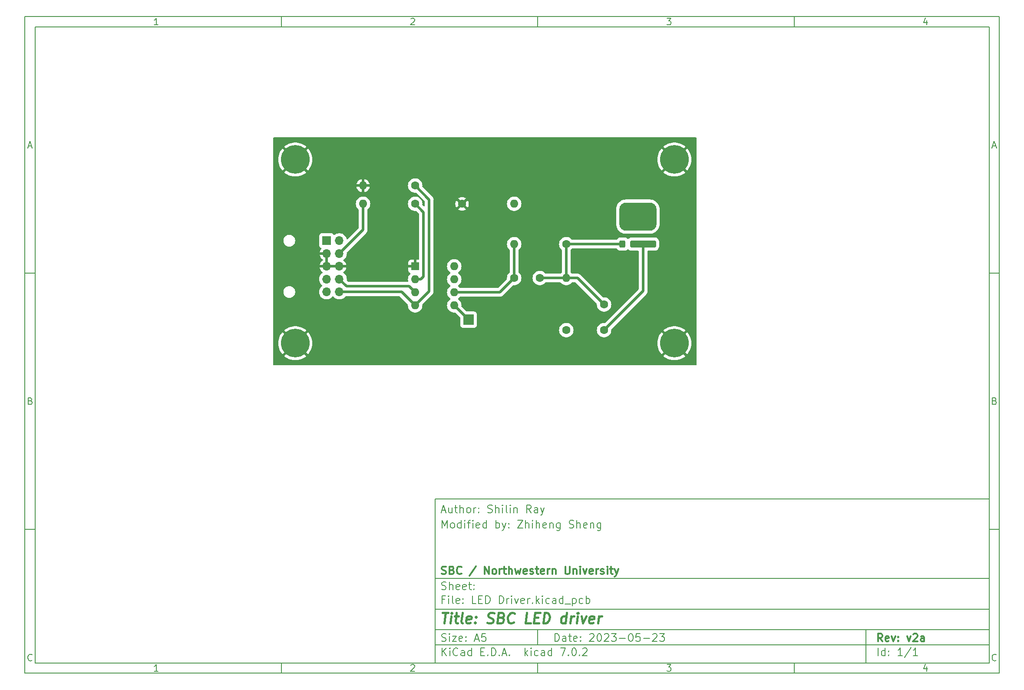
<source format=gtl>
%TF.GenerationSoftware,KiCad,Pcbnew,7.0.2*%
%TF.CreationDate,2023-05-23T14:29:37-05:00*%
%TF.ProjectId,LED Driver,4c454420-4472-4697-9665-722e6b696361,v2a*%
%TF.SameCoordinates,Original*%
%TF.FileFunction,Copper,L1,Top*%
%TF.FilePolarity,Positive*%
%FSLAX46Y46*%
G04 Gerber Fmt 4.6, Leading zero omitted, Abs format (unit mm)*
G04 Created by KiCad (PCBNEW 7.0.2) date 2023-05-23 14:29:37*
%MOMM*%
%LPD*%
G01*
G04 APERTURE LIST*
G04 Aperture macros list*
%AMRoundRect*
0 Rectangle with rounded corners*
0 $1 Rounding radius*
0 $2 $3 $4 $5 $6 $7 $8 $9 X,Y pos of 4 corners*
0 Add a 4 corners polygon primitive as box body*
4,1,4,$2,$3,$4,$5,$6,$7,$8,$9,$2,$3,0*
0 Add four circle primitives for the rounded corners*
1,1,$1+$1,$2,$3*
1,1,$1+$1,$4,$5*
1,1,$1+$1,$6,$7*
1,1,$1+$1,$8,$9*
0 Add four rect primitives between the rounded corners*
20,1,$1+$1,$2,$3,$4,$5,0*
20,1,$1+$1,$4,$5,$6,$7,0*
20,1,$1+$1,$6,$7,$8,$9,0*
20,1,$1+$1,$8,$9,$2,$3,0*%
G04 Aperture macros list end*
%ADD10C,0.100000*%
%ADD11C,0.150000*%
%ADD12C,0.300000*%
%ADD13C,0.400000*%
%TA.AperFunction,ComponentPad*%
%ADD14C,1.600000*%
%TD*%
%TA.AperFunction,ComponentPad*%
%ADD15O,1.600000X1.600000*%
%TD*%
%TA.AperFunction,ComponentPad*%
%ADD16C,5.600000*%
%TD*%
%TA.AperFunction,ComponentPad*%
%ADD17R,1.600000X1.600000*%
%TD*%
%TA.AperFunction,SMDPad,CuDef*%
%ADD18R,2.000000X2.000000*%
%TD*%
%TA.AperFunction,SMDPad,CuDef*%
%ADD19RoundRect,0.300000X-0.300000X-0.400000X0.300000X-0.400000X0.300000X0.400000X-0.300000X0.400000X0*%
%TD*%
%TA.AperFunction,SMDPad,CuDef*%
%ADD20RoundRect,0.350000X-2.200000X-0.350000X2.200000X-0.350000X2.200000X0.350000X-2.200000X0.350000X0*%
%TD*%
%TA.AperFunction,ComponentPad*%
%ADD21C,1.700000*%
%TD*%
%TA.AperFunction,SMDPad,CuDef*%
%ADD22RoundRect,1.375000X-2.275000X-1.375000X2.275000X-1.375000X2.275000X1.375000X-2.275000X1.375000X0*%
%TD*%
%TA.AperFunction,ComponentPad*%
%ADD23R,1.700000X1.700000*%
%TD*%
%TA.AperFunction,ComponentPad*%
%ADD24O,1.700000X1.700000*%
%TD*%
%TA.AperFunction,Conductor*%
%ADD25C,0.500000*%
%TD*%
G04 APERTURE END LIST*
D10*
D11*
X90007200Y-104005800D02*
X198007200Y-104005800D01*
X198007200Y-136005800D01*
X90007200Y-136005800D01*
X90007200Y-104005800D01*
D10*
D11*
X10000000Y-10000000D02*
X200007200Y-10000000D01*
X200007200Y-138005800D01*
X10000000Y-138005800D01*
X10000000Y-10000000D01*
D10*
D11*
X12000000Y-12000000D02*
X198007200Y-12000000D01*
X198007200Y-136005800D01*
X12000000Y-136005800D01*
X12000000Y-12000000D01*
D10*
D11*
X60000000Y-12000000D02*
X60000000Y-10000000D01*
D10*
D11*
X110000000Y-12000000D02*
X110000000Y-10000000D01*
D10*
D11*
X160000000Y-12000000D02*
X160000000Y-10000000D01*
D10*
D11*
X35990476Y-11601404D02*
X35247619Y-11601404D01*
X35619047Y-11601404D02*
X35619047Y-10301404D01*
X35619047Y-10301404D02*
X35495238Y-10487119D01*
X35495238Y-10487119D02*
X35371428Y-10610928D01*
X35371428Y-10610928D02*
X35247619Y-10672833D01*
D10*
D11*
X85247619Y-10425214D02*
X85309523Y-10363309D01*
X85309523Y-10363309D02*
X85433333Y-10301404D01*
X85433333Y-10301404D02*
X85742857Y-10301404D01*
X85742857Y-10301404D02*
X85866666Y-10363309D01*
X85866666Y-10363309D02*
X85928571Y-10425214D01*
X85928571Y-10425214D02*
X85990476Y-10549023D01*
X85990476Y-10549023D02*
X85990476Y-10672833D01*
X85990476Y-10672833D02*
X85928571Y-10858547D01*
X85928571Y-10858547D02*
X85185714Y-11601404D01*
X85185714Y-11601404D02*
X85990476Y-11601404D01*
D10*
D11*
X135185714Y-10301404D02*
X135990476Y-10301404D01*
X135990476Y-10301404D02*
X135557142Y-10796642D01*
X135557142Y-10796642D02*
X135742857Y-10796642D01*
X135742857Y-10796642D02*
X135866666Y-10858547D01*
X135866666Y-10858547D02*
X135928571Y-10920452D01*
X135928571Y-10920452D02*
X135990476Y-11044261D01*
X135990476Y-11044261D02*
X135990476Y-11353785D01*
X135990476Y-11353785D02*
X135928571Y-11477595D01*
X135928571Y-11477595D02*
X135866666Y-11539500D01*
X135866666Y-11539500D02*
X135742857Y-11601404D01*
X135742857Y-11601404D02*
X135371428Y-11601404D01*
X135371428Y-11601404D02*
X135247619Y-11539500D01*
X135247619Y-11539500D02*
X135185714Y-11477595D01*
D10*
D11*
X185866666Y-10734738D02*
X185866666Y-11601404D01*
X185557142Y-10239500D02*
X185247619Y-11168071D01*
X185247619Y-11168071D02*
X186052380Y-11168071D01*
D10*
D11*
X60000000Y-136005800D02*
X60000000Y-138005800D01*
D10*
D11*
X110000000Y-136005800D02*
X110000000Y-138005800D01*
D10*
D11*
X160000000Y-136005800D02*
X160000000Y-138005800D01*
D10*
D11*
X35990476Y-137607204D02*
X35247619Y-137607204D01*
X35619047Y-137607204D02*
X35619047Y-136307204D01*
X35619047Y-136307204D02*
X35495238Y-136492919D01*
X35495238Y-136492919D02*
X35371428Y-136616728D01*
X35371428Y-136616728D02*
X35247619Y-136678633D01*
D10*
D11*
X85247619Y-136431014D02*
X85309523Y-136369109D01*
X85309523Y-136369109D02*
X85433333Y-136307204D01*
X85433333Y-136307204D02*
X85742857Y-136307204D01*
X85742857Y-136307204D02*
X85866666Y-136369109D01*
X85866666Y-136369109D02*
X85928571Y-136431014D01*
X85928571Y-136431014D02*
X85990476Y-136554823D01*
X85990476Y-136554823D02*
X85990476Y-136678633D01*
X85990476Y-136678633D02*
X85928571Y-136864347D01*
X85928571Y-136864347D02*
X85185714Y-137607204D01*
X85185714Y-137607204D02*
X85990476Y-137607204D01*
D10*
D11*
X135185714Y-136307204D02*
X135990476Y-136307204D01*
X135990476Y-136307204D02*
X135557142Y-136802442D01*
X135557142Y-136802442D02*
X135742857Y-136802442D01*
X135742857Y-136802442D02*
X135866666Y-136864347D01*
X135866666Y-136864347D02*
X135928571Y-136926252D01*
X135928571Y-136926252D02*
X135990476Y-137050061D01*
X135990476Y-137050061D02*
X135990476Y-137359585D01*
X135990476Y-137359585D02*
X135928571Y-137483395D01*
X135928571Y-137483395D02*
X135866666Y-137545300D01*
X135866666Y-137545300D02*
X135742857Y-137607204D01*
X135742857Y-137607204D02*
X135371428Y-137607204D01*
X135371428Y-137607204D02*
X135247619Y-137545300D01*
X135247619Y-137545300D02*
X135185714Y-137483395D01*
D10*
D11*
X185866666Y-136740538D02*
X185866666Y-137607204D01*
X185557142Y-136245300D02*
X185247619Y-137173871D01*
X185247619Y-137173871D02*
X186052380Y-137173871D01*
D10*
D11*
X10000000Y-60000000D02*
X12000000Y-60000000D01*
D10*
D11*
X10000000Y-110000000D02*
X12000000Y-110000000D01*
D10*
D11*
X10690476Y-35229976D02*
X11309523Y-35229976D01*
X10566666Y-35601404D02*
X10999999Y-34301404D01*
X10999999Y-34301404D02*
X11433333Y-35601404D01*
D10*
D11*
X11092857Y-84920452D02*
X11278571Y-84982357D01*
X11278571Y-84982357D02*
X11340476Y-85044261D01*
X11340476Y-85044261D02*
X11402380Y-85168071D01*
X11402380Y-85168071D02*
X11402380Y-85353785D01*
X11402380Y-85353785D02*
X11340476Y-85477595D01*
X11340476Y-85477595D02*
X11278571Y-85539500D01*
X11278571Y-85539500D02*
X11154761Y-85601404D01*
X11154761Y-85601404D02*
X10659523Y-85601404D01*
X10659523Y-85601404D02*
X10659523Y-84301404D01*
X10659523Y-84301404D02*
X11092857Y-84301404D01*
X11092857Y-84301404D02*
X11216666Y-84363309D01*
X11216666Y-84363309D02*
X11278571Y-84425214D01*
X11278571Y-84425214D02*
X11340476Y-84549023D01*
X11340476Y-84549023D02*
X11340476Y-84672833D01*
X11340476Y-84672833D02*
X11278571Y-84796642D01*
X11278571Y-84796642D02*
X11216666Y-84858547D01*
X11216666Y-84858547D02*
X11092857Y-84920452D01*
X11092857Y-84920452D02*
X10659523Y-84920452D01*
D10*
D11*
X11402380Y-135477595D02*
X11340476Y-135539500D01*
X11340476Y-135539500D02*
X11154761Y-135601404D01*
X11154761Y-135601404D02*
X11030952Y-135601404D01*
X11030952Y-135601404D02*
X10845238Y-135539500D01*
X10845238Y-135539500D02*
X10721428Y-135415690D01*
X10721428Y-135415690D02*
X10659523Y-135291880D01*
X10659523Y-135291880D02*
X10597619Y-135044261D01*
X10597619Y-135044261D02*
X10597619Y-134858547D01*
X10597619Y-134858547D02*
X10659523Y-134610928D01*
X10659523Y-134610928D02*
X10721428Y-134487119D01*
X10721428Y-134487119D02*
X10845238Y-134363309D01*
X10845238Y-134363309D02*
X11030952Y-134301404D01*
X11030952Y-134301404D02*
X11154761Y-134301404D01*
X11154761Y-134301404D02*
X11340476Y-134363309D01*
X11340476Y-134363309D02*
X11402380Y-134425214D01*
D10*
D11*
X200007200Y-60000000D02*
X198007200Y-60000000D01*
D10*
D11*
X200007200Y-110000000D02*
X198007200Y-110000000D01*
D10*
D11*
X198697676Y-35229976D02*
X199316723Y-35229976D01*
X198573866Y-35601404D02*
X199007199Y-34301404D01*
X199007199Y-34301404D02*
X199440533Y-35601404D01*
D10*
D11*
X199100057Y-84920452D02*
X199285771Y-84982357D01*
X199285771Y-84982357D02*
X199347676Y-85044261D01*
X199347676Y-85044261D02*
X199409580Y-85168071D01*
X199409580Y-85168071D02*
X199409580Y-85353785D01*
X199409580Y-85353785D02*
X199347676Y-85477595D01*
X199347676Y-85477595D02*
X199285771Y-85539500D01*
X199285771Y-85539500D02*
X199161961Y-85601404D01*
X199161961Y-85601404D02*
X198666723Y-85601404D01*
X198666723Y-85601404D02*
X198666723Y-84301404D01*
X198666723Y-84301404D02*
X199100057Y-84301404D01*
X199100057Y-84301404D02*
X199223866Y-84363309D01*
X199223866Y-84363309D02*
X199285771Y-84425214D01*
X199285771Y-84425214D02*
X199347676Y-84549023D01*
X199347676Y-84549023D02*
X199347676Y-84672833D01*
X199347676Y-84672833D02*
X199285771Y-84796642D01*
X199285771Y-84796642D02*
X199223866Y-84858547D01*
X199223866Y-84858547D02*
X199100057Y-84920452D01*
X199100057Y-84920452D02*
X198666723Y-84920452D01*
D10*
D11*
X199409580Y-135477595D02*
X199347676Y-135539500D01*
X199347676Y-135539500D02*
X199161961Y-135601404D01*
X199161961Y-135601404D02*
X199038152Y-135601404D01*
X199038152Y-135601404D02*
X198852438Y-135539500D01*
X198852438Y-135539500D02*
X198728628Y-135415690D01*
X198728628Y-135415690D02*
X198666723Y-135291880D01*
X198666723Y-135291880D02*
X198604819Y-135044261D01*
X198604819Y-135044261D02*
X198604819Y-134858547D01*
X198604819Y-134858547D02*
X198666723Y-134610928D01*
X198666723Y-134610928D02*
X198728628Y-134487119D01*
X198728628Y-134487119D02*
X198852438Y-134363309D01*
X198852438Y-134363309D02*
X199038152Y-134301404D01*
X199038152Y-134301404D02*
X199161961Y-134301404D01*
X199161961Y-134301404D02*
X199347676Y-134363309D01*
X199347676Y-134363309D02*
X199409580Y-134425214D01*
D10*
D11*
X113364342Y-131799728D02*
X113364342Y-130299728D01*
X113364342Y-130299728D02*
X113721485Y-130299728D01*
X113721485Y-130299728D02*
X113935771Y-130371157D01*
X113935771Y-130371157D02*
X114078628Y-130514014D01*
X114078628Y-130514014D02*
X114150057Y-130656871D01*
X114150057Y-130656871D02*
X114221485Y-130942585D01*
X114221485Y-130942585D02*
X114221485Y-131156871D01*
X114221485Y-131156871D02*
X114150057Y-131442585D01*
X114150057Y-131442585D02*
X114078628Y-131585442D01*
X114078628Y-131585442D02*
X113935771Y-131728300D01*
X113935771Y-131728300D02*
X113721485Y-131799728D01*
X113721485Y-131799728D02*
X113364342Y-131799728D01*
X115507200Y-131799728D02*
X115507200Y-131014014D01*
X115507200Y-131014014D02*
X115435771Y-130871157D01*
X115435771Y-130871157D02*
X115292914Y-130799728D01*
X115292914Y-130799728D02*
X115007200Y-130799728D01*
X115007200Y-130799728D02*
X114864342Y-130871157D01*
X115507200Y-131728300D02*
X115364342Y-131799728D01*
X115364342Y-131799728D02*
X115007200Y-131799728D01*
X115007200Y-131799728D02*
X114864342Y-131728300D01*
X114864342Y-131728300D02*
X114792914Y-131585442D01*
X114792914Y-131585442D02*
X114792914Y-131442585D01*
X114792914Y-131442585D02*
X114864342Y-131299728D01*
X114864342Y-131299728D02*
X115007200Y-131228300D01*
X115007200Y-131228300D02*
X115364342Y-131228300D01*
X115364342Y-131228300D02*
X115507200Y-131156871D01*
X116007200Y-130799728D02*
X116578628Y-130799728D01*
X116221485Y-130299728D02*
X116221485Y-131585442D01*
X116221485Y-131585442D02*
X116292914Y-131728300D01*
X116292914Y-131728300D02*
X116435771Y-131799728D01*
X116435771Y-131799728D02*
X116578628Y-131799728D01*
X117650057Y-131728300D02*
X117507200Y-131799728D01*
X117507200Y-131799728D02*
X117221486Y-131799728D01*
X117221486Y-131799728D02*
X117078628Y-131728300D01*
X117078628Y-131728300D02*
X117007200Y-131585442D01*
X117007200Y-131585442D02*
X117007200Y-131014014D01*
X117007200Y-131014014D02*
X117078628Y-130871157D01*
X117078628Y-130871157D02*
X117221486Y-130799728D01*
X117221486Y-130799728D02*
X117507200Y-130799728D01*
X117507200Y-130799728D02*
X117650057Y-130871157D01*
X117650057Y-130871157D02*
X117721486Y-131014014D01*
X117721486Y-131014014D02*
X117721486Y-131156871D01*
X117721486Y-131156871D02*
X117007200Y-131299728D01*
X118364342Y-131656871D02*
X118435771Y-131728300D01*
X118435771Y-131728300D02*
X118364342Y-131799728D01*
X118364342Y-131799728D02*
X118292914Y-131728300D01*
X118292914Y-131728300D02*
X118364342Y-131656871D01*
X118364342Y-131656871D02*
X118364342Y-131799728D01*
X118364342Y-130871157D02*
X118435771Y-130942585D01*
X118435771Y-130942585D02*
X118364342Y-131014014D01*
X118364342Y-131014014D02*
X118292914Y-130942585D01*
X118292914Y-130942585D02*
X118364342Y-130871157D01*
X118364342Y-130871157D02*
X118364342Y-131014014D01*
X120150057Y-130442585D02*
X120221485Y-130371157D01*
X120221485Y-130371157D02*
X120364343Y-130299728D01*
X120364343Y-130299728D02*
X120721485Y-130299728D01*
X120721485Y-130299728D02*
X120864343Y-130371157D01*
X120864343Y-130371157D02*
X120935771Y-130442585D01*
X120935771Y-130442585D02*
X121007200Y-130585442D01*
X121007200Y-130585442D02*
X121007200Y-130728300D01*
X121007200Y-130728300D02*
X120935771Y-130942585D01*
X120935771Y-130942585D02*
X120078628Y-131799728D01*
X120078628Y-131799728D02*
X121007200Y-131799728D01*
X121935771Y-130299728D02*
X122078628Y-130299728D01*
X122078628Y-130299728D02*
X122221485Y-130371157D01*
X122221485Y-130371157D02*
X122292914Y-130442585D01*
X122292914Y-130442585D02*
X122364342Y-130585442D01*
X122364342Y-130585442D02*
X122435771Y-130871157D01*
X122435771Y-130871157D02*
X122435771Y-131228300D01*
X122435771Y-131228300D02*
X122364342Y-131514014D01*
X122364342Y-131514014D02*
X122292914Y-131656871D01*
X122292914Y-131656871D02*
X122221485Y-131728300D01*
X122221485Y-131728300D02*
X122078628Y-131799728D01*
X122078628Y-131799728D02*
X121935771Y-131799728D01*
X121935771Y-131799728D02*
X121792914Y-131728300D01*
X121792914Y-131728300D02*
X121721485Y-131656871D01*
X121721485Y-131656871D02*
X121650056Y-131514014D01*
X121650056Y-131514014D02*
X121578628Y-131228300D01*
X121578628Y-131228300D02*
X121578628Y-130871157D01*
X121578628Y-130871157D02*
X121650056Y-130585442D01*
X121650056Y-130585442D02*
X121721485Y-130442585D01*
X121721485Y-130442585D02*
X121792914Y-130371157D01*
X121792914Y-130371157D02*
X121935771Y-130299728D01*
X123007199Y-130442585D02*
X123078627Y-130371157D01*
X123078627Y-130371157D02*
X123221485Y-130299728D01*
X123221485Y-130299728D02*
X123578627Y-130299728D01*
X123578627Y-130299728D02*
X123721485Y-130371157D01*
X123721485Y-130371157D02*
X123792913Y-130442585D01*
X123792913Y-130442585D02*
X123864342Y-130585442D01*
X123864342Y-130585442D02*
X123864342Y-130728300D01*
X123864342Y-130728300D02*
X123792913Y-130942585D01*
X123792913Y-130942585D02*
X122935770Y-131799728D01*
X122935770Y-131799728D02*
X123864342Y-131799728D01*
X124364341Y-130299728D02*
X125292913Y-130299728D01*
X125292913Y-130299728D02*
X124792913Y-130871157D01*
X124792913Y-130871157D02*
X125007198Y-130871157D01*
X125007198Y-130871157D02*
X125150056Y-130942585D01*
X125150056Y-130942585D02*
X125221484Y-131014014D01*
X125221484Y-131014014D02*
X125292913Y-131156871D01*
X125292913Y-131156871D02*
X125292913Y-131514014D01*
X125292913Y-131514014D02*
X125221484Y-131656871D01*
X125221484Y-131656871D02*
X125150056Y-131728300D01*
X125150056Y-131728300D02*
X125007198Y-131799728D01*
X125007198Y-131799728D02*
X124578627Y-131799728D01*
X124578627Y-131799728D02*
X124435770Y-131728300D01*
X124435770Y-131728300D02*
X124364341Y-131656871D01*
X125935769Y-131228300D02*
X127078627Y-131228300D01*
X128078627Y-130299728D02*
X128221484Y-130299728D01*
X128221484Y-130299728D02*
X128364341Y-130371157D01*
X128364341Y-130371157D02*
X128435770Y-130442585D01*
X128435770Y-130442585D02*
X128507198Y-130585442D01*
X128507198Y-130585442D02*
X128578627Y-130871157D01*
X128578627Y-130871157D02*
X128578627Y-131228300D01*
X128578627Y-131228300D02*
X128507198Y-131514014D01*
X128507198Y-131514014D02*
X128435770Y-131656871D01*
X128435770Y-131656871D02*
X128364341Y-131728300D01*
X128364341Y-131728300D02*
X128221484Y-131799728D01*
X128221484Y-131799728D02*
X128078627Y-131799728D01*
X128078627Y-131799728D02*
X127935770Y-131728300D01*
X127935770Y-131728300D02*
X127864341Y-131656871D01*
X127864341Y-131656871D02*
X127792912Y-131514014D01*
X127792912Y-131514014D02*
X127721484Y-131228300D01*
X127721484Y-131228300D02*
X127721484Y-130871157D01*
X127721484Y-130871157D02*
X127792912Y-130585442D01*
X127792912Y-130585442D02*
X127864341Y-130442585D01*
X127864341Y-130442585D02*
X127935770Y-130371157D01*
X127935770Y-130371157D02*
X128078627Y-130299728D01*
X129935769Y-130299728D02*
X129221483Y-130299728D01*
X129221483Y-130299728D02*
X129150055Y-131014014D01*
X129150055Y-131014014D02*
X129221483Y-130942585D01*
X129221483Y-130942585D02*
X129364341Y-130871157D01*
X129364341Y-130871157D02*
X129721483Y-130871157D01*
X129721483Y-130871157D02*
X129864341Y-130942585D01*
X129864341Y-130942585D02*
X129935769Y-131014014D01*
X129935769Y-131014014D02*
X130007198Y-131156871D01*
X130007198Y-131156871D02*
X130007198Y-131514014D01*
X130007198Y-131514014D02*
X129935769Y-131656871D01*
X129935769Y-131656871D02*
X129864341Y-131728300D01*
X129864341Y-131728300D02*
X129721483Y-131799728D01*
X129721483Y-131799728D02*
X129364341Y-131799728D01*
X129364341Y-131799728D02*
X129221483Y-131728300D01*
X129221483Y-131728300D02*
X129150055Y-131656871D01*
X130650054Y-131228300D02*
X131792912Y-131228300D01*
X132435769Y-130442585D02*
X132507197Y-130371157D01*
X132507197Y-130371157D02*
X132650055Y-130299728D01*
X132650055Y-130299728D02*
X133007197Y-130299728D01*
X133007197Y-130299728D02*
X133150055Y-130371157D01*
X133150055Y-130371157D02*
X133221483Y-130442585D01*
X133221483Y-130442585D02*
X133292912Y-130585442D01*
X133292912Y-130585442D02*
X133292912Y-130728300D01*
X133292912Y-130728300D02*
X133221483Y-130942585D01*
X133221483Y-130942585D02*
X132364340Y-131799728D01*
X132364340Y-131799728D02*
X133292912Y-131799728D01*
X133792911Y-130299728D02*
X134721483Y-130299728D01*
X134721483Y-130299728D02*
X134221483Y-130871157D01*
X134221483Y-130871157D02*
X134435768Y-130871157D01*
X134435768Y-130871157D02*
X134578626Y-130942585D01*
X134578626Y-130942585D02*
X134650054Y-131014014D01*
X134650054Y-131014014D02*
X134721483Y-131156871D01*
X134721483Y-131156871D02*
X134721483Y-131514014D01*
X134721483Y-131514014D02*
X134650054Y-131656871D01*
X134650054Y-131656871D02*
X134578626Y-131728300D01*
X134578626Y-131728300D02*
X134435768Y-131799728D01*
X134435768Y-131799728D02*
X134007197Y-131799728D01*
X134007197Y-131799728D02*
X133864340Y-131728300D01*
X133864340Y-131728300D02*
X133792911Y-131656871D01*
D10*
D11*
X90007200Y-132505800D02*
X198007200Y-132505800D01*
D10*
D11*
X91364342Y-134599728D02*
X91364342Y-133099728D01*
X92221485Y-134599728D02*
X91578628Y-133742585D01*
X92221485Y-133099728D02*
X91364342Y-133956871D01*
X92864342Y-134599728D02*
X92864342Y-133599728D01*
X92864342Y-133099728D02*
X92792914Y-133171157D01*
X92792914Y-133171157D02*
X92864342Y-133242585D01*
X92864342Y-133242585D02*
X92935771Y-133171157D01*
X92935771Y-133171157D02*
X92864342Y-133099728D01*
X92864342Y-133099728D02*
X92864342Y-133242585D01*
X94435771Y-134456871D02*
X94364343Y-134528300D01*
X94364343Y-134528300D02*
X94150057Y-134599728D01*
X94150057Y-134599728D02*
X94007200Y-134599728D01*
X94007200Y-134599728D02*
X93792914Y-134528300D01*
X93792914Y-134528300D02*
X93650057Y-134385442D01*
X93650057Y-134385442D02*
X93578628Y-134242585D01*
X93578628Y-134242585D02*
X93507200Y-133956871D01*
X93507200Y-133956871D02*
X93507200Y-133742585D01*
X93507200Y-133742585D02*
X93578628Y-133456871D01*
X93578628Y-133456871D02*
X93650057Y-133314014D01*
X93650057Y-133314014D02*
X93792914Y-133171157D01*
X93792914Y-133171157D02*
X94007200Y-133099728D01*
X94007200Y-133099728D02*
X94150057Y-133099728D01*
X94150057Y-133099728D02*
X94364343Y-133171157D01*
X94364343Y-133171157D02*
X94435771Y-133242585D01*
X95721486Y-134599728D02*
X95721486Y-133814014D01*
X95721486Y-133814014D02*
X95650057Y-133671157D01*
X95650057Y-133671157D02*
X95507200Y-133599728D01*
X95507200Y-133599728D02*
X95221486Y-133599728D01*
X95221486Y-133599728D02*
X95078628Y-133671157D01*
X95721486Y-134528300D02*
X95578628Y-134599728D01*
X95578628Y-134599728D02*
X95221486Y-134599728D01*
X95221486Y-134599728D02*
X95078628Y-134528300D01*
X95078628Y-134528300D02*
X95007200Y-134385442D01*
X95007200Y-134385442D02*
X95007200Y-134242585D01*
X95007200Y-134242585D02*
X95078628Y-134099728D01*
X95078628Y-134099728D02*
X95221486Y-134028300D01*
X95221486Y-134028300D02*
X95578628Y-134028300D01*
X95578628Y-134028300D02*
X95721486Y-133956871D01*
X97078629Y-134599728D02*
X97078629Y-133099728D01*
X97078629Y-134528300D02*
X96935771Y-134599728D01*
X96935771Y-134599728D02*
X96650057Y-134599728D01*
X96650057Y-134599728D02*
X96507200Y-134528300D01*
X96507200Y-134528300D02*
X96435771Y-134456871D01*
X96435771Y-134456871D02*
X96364343Y-134314014D01*
X96364343Y-134314014D02*
X96364343Y-133885442D01*
X96364343Y-133885442D02*
X96435771Y-133742585D01*
X96435771Y-133742585D02*
X96507200Y-133671157D01*
X96507200Y-133671157D02*
X96650057Y-133599728D01*
X96650057Y-133599728D02*
X96935771Y-133599728D01*
X96935771Y-133599728D02*
X97078629Y-133671157D01*
X98935771Y-133814014D02*
X99435771Y-133814014D01*
X99650057Y-134599728D02*
X98935771Y-134599728D01*
X98935771Y-134599728D02*
X98935771Y-133099728D01*
X98935771Y-133099728D02*
X99650057Y-133099728D01*
X100292914Y-134456871D02*
X100364343Y-134528300D01*
X100364343Y-134528300D02*
X100292914Y-134599728D01*
X100292914Y-134599728D02*
X100221486Y-134528300D01*
X100221486Y-134528300D02*
X100292914Y-134456871D01*
X100292914Y-134456871D02*
X100292914Y-134599728D01*
X101007200Y-134599728D02*
X101007200Y-133099728D01*
X101007200Y-133099728D02*
X101364343Y-133099728D01*
X101364343Y-133099728D02*
X101578629Y-133171157D01*
X101578629Y-133171157D02*
X101721486Y-133314014D01*
X101721486Y-133314014D02*
X101792915Y-133456871D01*
X101792915Y-133456871D02*
X101864343Y-133742585D01*
X101864343Y-133742585D02*
X101864343Y-133956871D01*
X101864343Y-133956871D02*
X101792915Y-134242585D01*
X101792915Y-134242585D02*
X101721486Y-134385442D01*
X101721486Y-134385442D02*
X101578629Y-134528300D01*
X101578629Y-134528300D02*
X101364343Y-134599728D01*
X101364343Y-134599728D02*
X101007200Y-134599728D01*
X102507200Y-134456871D02*
X102578629Y-134528300D01*
X102578629Y-134528300D02*
X102507200Y-134599728D01*
X102507200Y-134599728D02*
X102435772Y-134528300D01*
X102435772Y-134528300D02*
X102507200Y-134456871D01*
X102507200Y-134456871D02*
X102507200Y-134599728D01*
X103150058Y-134171157D02*
X103864344Y-134171157D01*
X103007201Y-134599728D02*
X103507201Y-133099728D01*
X103507201Y-133099728D02*
X104007201Y-134599728D01*
X104507200Y-134456871D02*
X104578629Y-134528300D01*
X104578629Y-134528300D02*
X104507200Y-134599728D01*
X104507200Y-134599728D02*
X104435772Y-134528300D01*
X104435772Y-134528300D02*
X104507200Y-134456871D01*
X104507200Y-134456871D02*
X104507200Y-134599728D01*
X107507200Y-134599728D02*
X107507200Y-133099728D01*
X107650058Y-134028300D02*
X108078629Y-134599728D01*
X108078629Y-133599728D02*
X107507200Y-134171157D01*
X108721486Y-134599728D02*
X108721486Y-133599728D01*
X108721486Y-133099728D02*
X108650058Y-133171157D01*
X108650058Y-133171157D02*
X108721486Y-133242585D01*
X108721486Y-133242585D02*
X108792915Y-133171157D01*
X108792915Y-133171157D02*
X108721486Y-133099728D01*
X108721486Y-133099728D02*
X108721486Y-133242585D01*
X110078630Y-134528300D02*
X109935772Y-134599728D01*
X109935772Y-134599728D02*
X109650058Y-134599728D01*
X109650058Y-134599728D02*
X109507201Y-134528300D01*
X109507201Y-134528300D02*
X109435772Y-134456871D01*
X109435772Y-134456871D02*
X109364344Y-134314014D01*
X109364344Y-134314014D02*
X109364344Y-133885442D01*
X109364344Y-133885442D02*
X109435772Y-133742585D01*
X109435772Y-133742585D02*
X109507201Y-133671157D01*
X109507201Y-133671157D02*
X109650058Y-133599728D01*
X109650058Y-133599728D02*
X109935772Y-133599728D01*
X109935772Y-133599728D02*
X110078630Y-133671157D01*
X111364344Y-134599728D02*
X111364344Y-133814014D01*
X111364344Y-133814014D02*
X111292915Y-133671157D01*
X111292915Y-133671157D02*
X111150058Y-133599728D01*
X111150058Y-133599728D02*
X110864344Y-133599728D01*
X110864344Y-133599728D02*
X110721486Y-133671157D01*
X111364344Y-134528300D02*
X111221486Y-134599728D01*
X111221486Y-134599728D02*
X110864344Y-134599728D01*
X110864344Y-134599728D02*
X110721486Y-134528300D01*
X110721486Y-134528300D02*
X110650058Y-134385442D01*
X110650058Y-134385442D02*
X110650058Y-134242585D01*
X110650058Y-134242585D02*
X110721486Y-134099728D01*
X110721486Y-134099728D02*
X110864344Y-134028300D01*
X110864344Y-134028300D02*
X111221486Y-134028300D01*
X111221486Y-134028300D02*
X111364344Y-133956871D01*
X112721487Y-134599728D02*
X112721487Y-133099728D01*
X112721487Y-134528300D02*
X112578629Y-134599728D01*
X112578629Y-134599728D02*
X112292915Y-134599728D01*
X112292915Y-134599728D02*
X112150058Y-134528300D01*
X112150058Y-134528300D02*
X112078629Y-134456871D01*
X112078629Y-134456871D02*
X112007201Y-134314014D01*
X112007201Y-134314014D02*
X112007201Y-133885442D01*
X112007201Y-133885442D02*
X112078629Y-133742585D01*
X112078629Y-133742585D02*
X112150058Y-133671157D01*
X112150058Y-133671157D02*
X112292915Y-133599728D01*
X112292915Y-133599728D02*
X112578629Y-133599728D01*
X112578629Y-133599728D02*
X112721487Y-133671157D01*
X114435772Y-133099728D02*
X115435772Y-133099728D01*
X115435772Y-133099728D02*
X114792915Y-134599728D01*
X116007200Y-134456871D02*
X116078629Y-134528300D01*
X116078629Y-134528300D02*
X116007200Y-134599728D01*
X116007200Y-134599728D02*
X115935772Y-134528300D01*
X115935772Y-134528300D02*
X116007200Y-134456871D01*
X116007200Y-134456871D02*
X116007200Y-134599728D01*
X117007201Y-133099728D02*
X117150058Y-133099728D01*
X117150058Y-133099728D02*
X117292915Y-133171157D01*
X117292915Y-133171157D02*
X117364344Y-133242585D01*
X117364344Y-133242585D02*
X117435772Y-133385442D01*
X117435772Y-133385442D02*
X117507201Y-133671157D01*
X117507201Y-133671157D02*
X117507201Y-134028300D01*
X117507201Y-134028300D02*
X117435772Y-134314014D01*
X117435772Y-134314014D02*
X117364344Y-134456871D01*
X117364344Y-134456871D02*
X117292915Y-134528300D01*
X117292915Y-134528300D02*
X117150058Y-134599728D01*
X117150058Y-134599728D02*
X117007201Y-134599728D01*
X117007201Y-134599728D02*
X116864344Y-134528300D01*
X116864344Y-134528300D02*
X116792915Y-134456871D01*
X116792915Y-134456871D02*
X116721486Y-134314014D01*
X116721486Y-134314014D02*
X116650058Y-134028300D01*
X116650058Y-134028300D02*
X116650058Y-133671157D01*
X116650058Y-133671157D02*
X116721486Y-133385442D01*
X116721486Y-133385442D02*
X116792915Y-133242585D01*
X116792915Y-133242585D02*
X116864344Y-133171157D01*
X116864344Y-133171157D02*
X117007201Y-133099728D01*
X118150057Y-134456871D02*
X118221486Y-134528300D01*
X118221486Y-134528300D02*
X118150057Y-134599728D01*
X118150057Y-134599728D02*
X118078629Y-134528300D01*
X118078629Y-134528300D02*
X118150057Y-134456871D01*
X118150057Y-134456871D02*
X118150057Y-134599728D01*
X118792915Y-133242585D02*
X118864343Y-133171157D01*
X118864343Y-133171157D02*
X119007201Y-133099728D01*
X119007201Y-133099728D02*
X119364343Y-133099728D01*
X119364343Y-133099728D02*
X119507201Y-133171157D01*
X119507201Y-133171157D02*
X119578629Y-133242585D01*
X119578629Y-133242585D02*
X119650058Y-133385442D01*
X119650058Y-133385442D02*
X119650058Y-133528300D01*
X119650058Y-133528300D02*
X119578629Y-133742585D01*
X119578629Y-133742585D02*
X118721486Y-134599728D01*
X118721486Y-134599728D02*
X119650058Y-134599728D01*
D10*
D11*
X90007200Y-129505800D02*
X198007200Y-129505800D01*
D10*
D12*
X177221485Y-131799728D02*
X176721485Y-131085442D01*
X176364342Y-131799728D02*
X176364342Y-130299728D01*
X176364342Y-130299728D02*
X176935771Y-130299728D01*
X176935771Y-130299728D02*
X177078628Y-130371157D01*
X177078628Y-130371157D02*
X177150057Y-130442585D01*
X177150057Y-130442585D02*
X177221485Y-130585442D01*
X177221485Y-130585442D02*
X177221485Y-130799728D01*
X177221485Y-130799728D02*
X177150057Y-130942585D01*
X177150057Y-130942585D02*
X177078628Y-131014014D01*
X177078628Y-131014014D02*
X176935771Y-131085442D01*
X176935771Y-131085442D02*
X176364342Y-131085442D01*
X178435771Y-131728300D02*
X178292914Y-131799728D01*
X178292914Y-131799728D02*
X178007200Y-131799728D01*
X178007200Y-131799728D02*
X177864342Y-131728300D01*
X177864342Y-131728300D02*
X177792914Y-131585442D01*
X177792914Y-131585442D02*
X177792914Y-131014014D01*
X177792914Y-131014014D02*
X177864342Y-130871157D01*
X177864342Y-130871157D02*
X178007200Y-130799728D01*
X178007200Y-130799728D02*
X178292914Y-130799728D01*
X178292914Y-130799728D02*
X178435771Y-130871157D01*
X178435771Y-130871157D02*
X178507200Y-131014014D01*
X178507200Y-131014014D02*
X178507200Y-131156871D01*
X178507200Y-131156871D02*
X177792914Y-131299728D01*
X179007199Y-130799728D02*
X179364342Y-131799728D01*
X179364342Y-131799728D02*
X179721485Y-130799728D01*
X180292913Y-131656871D02*
X180364342Y-131728300D01*
X180364342Y-131728300D02*
X180292913Y-131799728D01*
X180292913Y-131799728D02*
X180221485Y-131728300D01*
X180221485Y-131728300D02*
X180292913Y-131656871D01*
X180292913Y-131656871D02*
X180292913Y-131799728D01*
X180292913Y-130871157D02*
X180364342Y-130942585D01*
X180364342Y-130942585D02*
X180292913Y-131014014D01*
X180292913Y-131014014D02*
X180221485Y-130942585D01*
X180221485Y-130942585D02*
X180292913Y-130871157D01*
X180292913Y-130871157D02*
X180292913Y-131014014D01*
X182007199Y-130799728D02*
X182364342Y-131799728D01*
X182364342Y-131799728D02*
X182721485Y-130799728D01*
X183221485Y-130442585D02*
X183292913Y-130371157D01*
X183292913Y-130371157D02*
X183435771Y-130299728D01*
X183435771Y-130299728D02*
X183792913Y-130299728D01*
X183792913Y-130299728D02*
X183935771Y-130371157D01*
X183935771Y-130371157D02*
X184007199Y-130442585D01*
X184007199Y-130442585D02*
X184078628Y-130585442D01*
X184078628Y-130585442D02*
X184078628Y-130728300D01*
X184078628Y-130728300D02*
X184007199Y-130942585D01*
X184007199Y-130942585D02*
X183150056Y-131799728D01*
X183150056Y-131799728D02*
X184078628Y-131799728D01*
X185364342Y-131799728D02*
X185364342Y-131014014D01*
X185364342Y-131014014D02*
X185292913Y-130871157D01*
X185292913Y-130871157D02*
X185150056Y-130799728D01*
X185150056Y-130799728D02*
X184864342Y-130799728D01*
X184864342Y-130799728D02*
X184721484Y-130871157D01*
X185364342Y-131728300D02*
X185221484Y-131799728D01*
X185221484Y-131799728D02*
X184864342Y-131799728D01*
X184864342Y-131799728D02*
X184721484Y-131728300D01*
X184721484Y-131728300D02*
X184650056Y-131585442D01*
X184650056Y-131585442D02*
X184650056Y-131442585D01*
X184650056Y-131442585D02*
X184721484Y-131299728D01*
X184721484Y-131299728D02*
X184864342Y-131228300D01*
X184864342Y-131228300D02*
X185221484Y-131228300D01*
X185221484Y-131228300D02*
X185364342Y-131156871D01*
D10*
D11*
X91292914Y-131728300D02*
X91507200Y-131799728D01*
X91507200Y-131799728D02*
X91864342Y-131799728D01*
X91864342Y-131799728D02*
X92007200Y-131728300D01*
X92007200Y-131728300D02*
X92078628Y-131656871D01*
X92078628Y-131656871D02*
X92150057Y-131514014D01*
X92150057Y-131514014D02*
X92150057Y-131371157D01*
X92150057Y-131371157D02*
X92078628Y-131228300D01*
X92078628Y-131228300D02*
X92007200Y-131156871D01*
X92007200Y-131156871D02*
X91864342Y-131085442D01*
X91864342Y-131085442D02*
X91578628Y-131014014D01*
X91578628Y-131014014D02*
X91435771Y-130942585D01*
X91435771Y-130942585D02*
X91364342Y-130871157D01*
X91364342Y-130871157D02*
X91292914Y-130728300D01*
X91292914Y-130728300D02*
X91292914Y-130585442D01*
X91292914Y-130585442D02*
X91364342Y-130442585D01*
X91364342Y-130442585D02*
X91435771Y-130371157D01*
X91435771Y-130371157D02*
X91578628Y-130299728D01*
X91578628Y-130299728D02*
X91935771Y-130299728D01*
X91935771Y-130299728D02*
X92150057Y-130371157D01*
X92792913Y-131799728D02*
X92792913Y-130799728D01*
X92792913Y-130299728D02*
X92721485Y-130371157D01*
X92721485Y-130371157D02*
X92792913Y-130442585D01*
X92792913Y-130442585D02*
X92864342Y-130371157D01*
X92864342Y-130371157D02*
X92792913Y-130299728D01*
X92792913Y-130299728D02*
X92792913Y-130442585D01*
X93364342Y-130799728D02*
X94150057Y-130799728D01*
X94150057Y-130799728D02*
X93364342Y-131799728D01*
X93364342Y-131799728D02*
X94150057Y-131799728D01*
X95292914Y-131728300D02*
X95150057Y-131799728D01*
X95150057Y-131799728D02*
X94864343Y-131799728D01*
X94864343Y-131799728D02*
X94721485Y-131728300D01*
X94721485Y-131728300D02*
X94650057Y-131585442D01*
X94650057Y-131585442D02*
X94650057Y-131014014D01*
X94650057Y-131014014D02*
X94721485Y-130871157D01*
X94721485Y-130871157D02*
X94864343Y-130799728D01*
X94864343Y-130799728D02*
X95150057Y-130799728D01*
X95150057Y-130799728D02*
X95292914Y-130871157D01*
X95292914Y-130871157D02*
X95364343Y-131014014D01*
X95364343Y-131014014D02*
X95364343Y-131156871D01*
X95364343Y-131156871D02*
X94650057Y-131299728D01*
X96007199Y-131656871D02*
X96078628Y-131728300D01*
X96078628Y-131728300D02*
X96007199Y-131799728D01*
X96007199Y-131799728D02*
X95935771Y-131728300D01*
X95935771Y-131728300D02*
X96007199Y-131656871D01*
X96007199Y-131656871D02*
X96007199Y-131799728D01*
X96007199Y-130871157D02*
X96078628Y-130942585D01*
X96078628Y-130942585D02*
X96007199Y-131014014D01*
X96007199Y-131014014D02*
X95935771Y-130942585D01*
X95935771Y-130942585D02*
X96007199Y-130871157D01*
X96007199Y-130871157D02*
X96007199Y-131014014D01*
X97792914Y-131371157D02*
X98507200Y-131371157D01*
X97650057Y-131799728D02*
X98150057Y-130299728D01*
X98150057Y-130299728D02*
X98650057Y-131799728D01*
X99864342Y-130299728D02*
X99150056Y-130299728D01*
X99150056Y-130299728D02*
X99078628Y-131014014D01*
X99078628Y-131014014D02*
X99150056Y-130942585D01*
X99150056Y-130942585D02*
X99292914Y-130871157D01*
X99292914Y-130871157D02*
X99650056Y-130871157D01*
X99650056Y-130871157D02*
X99792914Y-130942585D01*
X99792914Y-130942585D02*
X99864342Y-131014014D01*
X99864342Y-131014014D02*
X99935771Y-131156871D01*
X99935771Y-131156871D02*
X99935771Y-131514014D01*
X99935771Y-131514014D02*
X99864342Y-131656871D01*
X99864342Y-131656871D02*
X99792914Y-131728300D01*
X99792914Y-131728300D02*
X99650056Y-131799728D01*
X99650056Y-131799728D02*
X99292914Y-131799728D01*
X99292914Y-131799728D02*
X99150056Y-131728300D01*
X99150056Y-131728300D02*
X99078628Y-131656871D01*
D10*
D11*
X176364342Y-134599728D02*
X176364342Y-133099728D01*
X177721486Y-134599728D02*
X177721486Y-133099728D01*
X177721486Y-134528300D02*
X177578628Y-134599728D01*
X177578628Y-134599728D02*
X177292914Y-134599728D01*
X177292914Y-134599728D02*
X177150057Y-134528300D01*
X177150057Y-134528300D02*
X177078628Y-134456871D01*
X177078628Y-134456871D02*
X177007200Y-134314014D01*
X177007200Y-134314014D02*
X177007200Y-133885442D01*
X177007200Y-133885442D02*
X177078628Y-133742585D01*
X177078628Y-133742585D02*
X177150057Y-133671157D01*
X177150057Y-133671157D02*
X177292914Y-133599728D01*
X177292914Y-133599728D02*
X177578628Y-133599728D01*
X177578628Y-133599728D02*
X177721486Y-133671157D01*
X178435771Y-134456871D02*
X178507200Y-134528300D01*
X178507200Y-134528300D02*
X178435771Y-134599728D01*
X178435771Y-134599728D02*
X178364343Y-134528300D01*
X178364343Y-134528300D02*
X178435771Y-134456871D01*
X178435771Y-134456871D02*
X178435771Y-134599728D01*
X178435771Y-133671157D02*
X178507200Y-133742585D01*
X178507200Y-133742585D02*
X178435771Y-133814014D01*
X178435771Y-133814014D02*
X178364343Y-133742585D01*
X178364343Y-133742585D02*
X178435771Y-133671157D01*
X178435771Y-133671157D02*
X178435771Y-133814014D01*
X181078629Y-134599728D02*
X180221486Y-134599728D01*
X180650057Y-134599728D02*
X180650057Y-133099728D01*
X180650057Y-133099728D02*
X180507200Y-133314014D01*
X180507200Y-133314014D02*
X180364343Y-133456871D01*
X180364343Y-133456871D02*
X180221486Y-133528300D01*
X182792914Y-133028300D02*
X181507200Y-134956871D01*
X184078629Y-134599728D02*
X183221486Y-134599728D01*
X183650057Y-134599728D02*
X183650057Y-133099728D01*
X183650057Y-133099728D02*
X183507200Y-133314014D01*
X183507200Y-133314014D02*
X183364343Y-133456871D01*
X183364343Y-133456871D02*
X183221486Y-133528300D01*
D10*
D11*
X90007200Y-125505800D02*
X198007200Y-125505800D01*
D10*
D13*
X91435771Y-126231038D02*
X92578628Y-126231038D01*
X91757200Y-128231038D02*
X92007200Y-126231038D01*
X92983390Y-128231038D02*
X93150057Y-126897704D01*
X93233390Y-126231038D02*
X93126247Y-126326276D01*
X93126247Y-126326276D02*
X93209581Y-126421514D01*
X93209581Y-126421514D02*
X93316724Y-126326276D01*
X93316724Y-126326276D02*
X93233390Y-126231038D01*
X93233390Y-126231038D02*
X93209581Y-126421514D01*
X93804819Y-126897704D02*
X94566723Y-126897704D01*
X94173866Y-126231038D02*
X93959581Y-127945323D01*
X93959581Y-127945323D02*
X94031009Y-128135800D01*
X94031009Y-128135800D02*
X94209581Y-128231038D01*
X94209581Y-128231038D02*
X94400057Y-128231038D01*
X95340533Y-128231038D02*
X95161961Y-128135800D01*
X95161961Y-128135800D02*
X95090533Y-127945323D01*
X95090533Y-127945323D02*
X95304818Y-126231038D01*
X96864342Y-128135800D02*
X96661961Y-128231038D01*
X96661961Y-128231038D02*
X96281008Y-128231038D01*
X96281008Y-128231038D02*
X96102437Y-128135800D01*
X96102437Y-128135800D02*
X96031008Y-127945323D01*
X96031008Y-127945323D02*
X96126247Y-127183419D01*
X96126247Y-127183419D02*
X96245294Y-126992942D01*
X96245294Y-126992942D02*
X96447675Y-126897704D01*
X96447675Y-126897704D02*
X96828627Y-126897704D01*
X96828627Y-126897704D02*
X97007199Y-126992942D01*
X97007199Y-126992942D02*
X97078627Y-127183419D01*
X97078627Y-127183419D02*
X97054818Y-127373895D01*
X97054818Y-127373895D02*
X96078627Y-127564371D01*
X97816723Y-128040561D02*
X97900056Y-128135800D01*
X97900056Y-128135800D02*
X97792913Y-128231038D01*
X97792913Y-128231038D02*
X97709580Y-128135800D01*
X97709580Y-128135800D02*
X97816723Y-128040561D01*
X97816723Y-128040561D02*
X97792913Y-128231038D01*
X97947675Y-126992942D02*
X98031008Y-127088180D01*
X98031008Y-127088180D02*
X97923866Y-127183419D01*
X97923866Y-127183419D02*
X97840532Y-127088180D01*
X97840532Y-127088180D02*
X97947675Y-126992942D01*
X97947675Y-126992942D02*
X97923866Y-127183419D01*
X100173866Y-128135800D02*
X100447675Y-128231038D01*
X100447675Y-128231038D02*
X100923866Y-128231038D01*
X100923866Y-128231038D02*
X101126247Y-128135800D01*
X101126247Y-128135800D02*
X101233390Y-128040561D01*
X101233390Y-128040561D02*
X101352437Y-127850085D01*
X101352437Y-127850085D02*
X101376247Y-127659609D01*
X101376247Y-127659609D02*
X101304818Y-127469133D01*
X101304818Y-127469133D02*
X101221485Y-127373895D01*
X101221485Y-127373895D02*
X101042914Y-127278657D01*
X101042914Y-127278657D02*
X100673866Y-127183419D01*
X100673866Y-127183419D02*
X100495294Y-127088180D01*
X100495294Y-127088180D02*
X100411961Y-126992942D01*
X100411961Y-126992942D02*
X100340533Y-126802466D01*
X100340533Y-126802466D02*
X100364342Y-126611990D01*
X100364342Y-126611990D02*
X100483390Y-126421514D01*
X100483390Y-126421514D02*
X100590533Y-126326276D01*
X100590533Y-126326276D02*
X100792914Y-126231038D01*
X100792914Y-126231038D02*
X101269104Y-126231038D01*
X101269104Y-126231038D02*
X101542914Y-126326276D01*
X102947675Y-127183419D02*
X103221485Y-127278657D01*
X103221485Y-127278657D02*
X103304818Y-127373895D01*
X103304818Y-127373895D02*
X103376247Y-127564371D01*
X103376247Y-127564371D02*
X103340532Y-127850085D01*
X103340532Y-127850085D02*
X103221485Y-128040561D01*
X103221485Y-128040561D02*
X103114342Y-128135800D01*
X103114342Y-128135800D02*
X102911961Y-128231038D01*
X102911961Y-128231038D02*
X102150056Y-128231038D01*
X102150056Y-128231038D02*
X102400056Y-126231038D01*
X102400056Y-126231038D02*
X103066723Y-126231038D01*
X103066723Y-126231038D02*
X103245294Y-126326276D01*
X103245294Y-126326276D02*
X103328628Y-126421514D01*
X103328628Y-126421514D02*
X103400056Y-126611990D01*
X103400056Y-126611990D02*
X103376247Y-126802466D01*
X103376247Y-126802466D02*
X103257199Y-126992942D01*
X103257199Y-126992942D02*
X103150056Y-127088180D01*
X103150056Y-127088180D02*
X102947675Y-127183419D01*
X102947675Y-127183419D02*
X102281009Y-127183419D01*
X105304818Y-128040561D02*
X105197675Y-128135800D01*
X105197675Y-128135800D02*
X104900056Y-128231038D01*
X104900056Y-128231038D02*
X104709580Y-128231038D01*
X104709580Y-128231038D02*
X104435770Y-128135800D01*
X104435770Y-128135800D02*
X104269104Y-127945323D01*
X104269104Y-127945323D02*
X104197675Y-127754847D01*
X104197675Y-127754847D02*
X104150056Y-127373895D01*
X104150056Y-127373895D02*
X104185770Y-127088180D01*
X104185770Y-127088180D02*
X104328627Y-126707228D01*
X104328627Y-126707228D02*
X104447675Y-126516752D01*
X104447675Y-126516752D02*
X104661961Y-126326276D01*
X104661961Y-126326276D02*
X104959580Y-126231038D01*
X104959580Y-126231038D02*
X105150056Y-126231038D01*
X105150056Y-126231038D02*
X105423866Y-126326276D01*
X105423866Y-126326276D02*
X105507199Y-126421514D01*
X108602437Y-128231038D02*
X107650056Y-128231038D01*
X107650056Y-128231038D02*
X107900056Y-126231038D01*
X109388152Y-127183419D02*
X110054818Y-127183419D01*
X110209580Y-128231038D02*
X109257199Y-128231038D01*
X109257199Y-128231038D02*
X109507199Y-126231038D01*
X109507199Y-126231038D02*
X110459580Y-126231038D01*
X111054818Y-128231038D02*
X111304818Y-126231038D01*
X111304818Y-126231038D02*
X111781009Y-126231038D01*
X111781009Y-126231038D02*
X112054818Y-126326276D01*
X112054818Y-126326276D02*
X112221485Y-126516752D01*
X112221485Y-126516752D02*
X112292913Y-126707228D01*
X112292913Y-126707228D02*
X112340533Y-127088180D01*
X112340533Y-127088180D02*
X112304818Y-127373895D01*
X112304818Y-127373895D02*
X112161961Y-127754847D01*
X112161961Y-127754847D02*
X112042913Y-127945323D01*
X112042913Y-127945323D02*
X111828628Y-128135800D01*
X111828628Y-128135800D02*
X111531009Y-128231038D01*
X111531009Y-128231038D02*
X111054818Y-128231038D01*
X115423866Y-128231038D02*
X115673866Y-126231038D01*
X115435771Y-128135800D02*
X115233390Y-128231038D01*
X115233390Y-128231038D02*
X114852438Y-128231038D01*
X114852438Y-128231038D02*
X114673866Y-128135800D01*
X114673866Y-128135800D02*
X114590533Y-128040561D01*
X114590533Y-128040561D02*
X114519104Y-127850085D01*
X114519104Y-127850085D02*
X114590533Y-127278657D01*
X114590533Y-127278657D02*
X114709580Y-127088180D01*
X114709580Y-127088180D02*
X114816723Y-126992942D01*
X114816723Y-126992942D02*
X115019104Y-126897704D01*
X115019104Y-126897704D02*
X115400057Y-126897704D01*
X115400057Y-126897704D02*
X115578628Y-126992942D01*
X116364342Y-128231038D02*
X116531009Y-126897704D01*
X116483390Y-127278657D02*
X116602437Y-127088180D01*
X116602437Y-127088180D02*
X116709580Y-126992942D01*
X116709580Y-126992942D02*
X116911961Y-126897704D01*
X116911961Y-126897704D02*
X117102437Y-126897704D01*
X117590532Y-128231038D02*
X117757199Y-126897704D01*
X117840532Y-126231038D02*
X117733389Y-126326276D01*
X117733389Y-126326276D02*
X117816723Y-126421514D01*
X117816723Y-126421514D02*
X117923866Y-126326276D01*
X117923866Y-126326276D02*
X117840532Y-126231038D01*
X117840532Y-126231038D02*
X117816723Y-126421514D01*
X118507199Y-126897704D02*
X118816723Y-128231038D01*
X118816723Y-128231038D02*
X119459580Y-126897704D01*
X120816723Y-128135800D02*
X120614342Y-128231038D01*
X120614342Y-128231038D02*
X120233389Y-128231038D01*
X120233389Y-128231038D02*
X120054818Y-128135800D01*
X120054818Y-128135800D02*
X119983389Y-127945323D01*
X119983389Y-127945323D02*
X120078628Y-127183419D01*
X120078628Y-127183419D02*
X120197675Y-126992942D01*
X120197675Y-126992942D02*
X120400056Y-126897704D01*
X120400056Y-126897704D02*
X120781008Y-126897704D01*
X120781008Y-126897704D02*
X120959580Y-126992942D01*
X120959580Y-126992942D02*
X121031008Y-127183419D01*
X121031008Y-127183419D02*
X121007199Y-127373895D01*
X121007199Y-127373895D02*
X120031008Y-127564371D01*
X121745294Y-128231038D02*
X121911961Y-126897704D01*
X121864342Y-127278657D02*
X121983389Y-127088180D01*
X121983389Y-127088180D02*
X122090532Y-126992942D01*
X122090532Y-126992942D02*
X122292913Y-126897704D01*
X122292913Y-126897704D02*
X122483389Y-126897704D01*
D10*
D11*
X91864342Y-123614014D02*
X91364342Y-123614014D01*
X91364342Y-124399728D02*
X91364342Y-122899728D01*
X91364342Y-122899728D02*
X92078628Y-122899728D01*
X92650056Y-124399728D02*
X92650056Y-123399728D01*
X92650056Y-122899728D02*
X92578628Y-122971157D01*
X92578628Y-122971157D02*
X92650056Y-123042585D01*
X92650056Y-123042585D02*
X92721485Y-122971157D01*
X92721485Y-122971157D02*
X92650056Y-122899728D01*
X92650056Y-122899728D02*
X92650056Y-123042585D01*
X93578628Y-124399728D02*
X93435771Y-124328300D01*
X93435771Y-124328300D02*
X93364342Y-124185442D01*
X93364342Y-124185442D02*
X93364342Y-122899728D01*
X94721485Y-124328300D02*
X94578628Y-124399728D01*
X94578628Y-124399728D02*
X94292914Y-124399728D01*
X94292914Y-124399728D02*
X94150056Y-124328300D01*
X94150056Y-124328300D02*
X94078628Y-124185442D01*
X94078628Y-124185442D02*
X94078628Y-123614014D01*
X94078628Y-123614014D02*
X94150056Y-123471157D01*
X94150056Y-123471157D02*
X94292914Y-123399728D01*
X94292914Y-123399728D02*
X94578628Y-123399728D01*
X94578628Y-123399728D02*
X94721485Y-123471157D01*
X94721485Y-123471157D02*
X94792914Y-123614014D01*
X94792914Y-123614014D02*
X94792914Y-123756871D01*
X94792914Y-123756871D02*
X94078628Y-123899728D01*
X95435770Y-124256871D02*
X95507199Y-124328300D01*
X95507199Y-124328300D02*
X95435770Y-124399728D01*
X95435770Y-124399728D02*
X95364342Y-124328300D01*
X95364342Y-124328300D02*
X95435770Y-124256871D01*
X95435770Y-124256871D02*
X95435770Y-124399728D01*
X95435770Y-123471157D02*
X95507199Y-123542585D01*
X95507199Y-123542585D02*
X95435770Y-123614014D01*
X95435770Y-123614014D02*
X95364342Y-123542585D01*
X95364342Y-123542585D02*
X95435770Y-123471157D01*
X95435770Y-123471157D02*
X95435770Y-123614014D01*
X98007199Y-124399728D02*
X97292913Y-124399728D01*
X97292913Y-124399728D02*
X97292913Y-122899728D01*
X98507199Y-123614014D02*
X99007199Y-123614014D01*
X99221485Y-124399728D02*
X98507199Y-124399728D01*
X98507199Y-124399728D02*
X98507199Y-122899728D01*
X98507199Y-122899728D02*
X99221485Y-122899728D01*
X99864342Y-124399728D02*
X99864342Y-122899728D01*
X99864342Y-122899728D02*
X100221485Y-122899728D01*
X100221485Y-122899728D02*
X100435771Y-122971157D01*
X100435771Y-122971157D02*
X100578628Y-123114014D01*
X100578628Y-123114014D02*
X100650057Y-123256871D01*
X100650057Y-123256871D02*
X100721485Y-123542585D01*
X100721485Y-123542585D02*
X100721485Y-123756871D01*
X100721485Y-123756871D02*
X100650057Y-124042585D01*
X100650057Y-124042585D02*
X100578628Y-124185442D01*
X100578628Y-124185442D02*
X100435771Y-124328300D01*
X100435771Y-124328300D02*
X100221485Y-124399728D01*
X100221485Y-124399728D02*
X99864342Y-124399728D01*
X102507199Y-124399728D02*
X102507199Y-122899728D01*
X102507199Y-122899728D02*
X102864342Y-122899728D01*
X102864342Y-122899728D02*
X103078628Y-122971157D01*
X103078628Y-122971157D02*
X103221485Y-123114014D01*
X103221485Y-123114014D02*
X103292914Y-123256871D01*
X103292914Y-123256871D02*
X103364342Y-123542585D01*
X103364342Y-123542585D02*
X103364342Y-123756871D01*
X103364342Y-123756871D02*
X103292914Y-124042585D01*
X103292914Y-124042585D02*
X103221485Y-124185442D01*
X103221485Y-124185442D02*
X103078628Y-124328300D01*
X103078628Y-124328300D02*
X102864342Y-124399728D01*
X102864342Y-124399728D02*
X102507199Y-124399728D01*
X104007199Y-124399728D02*
X104007199Y-123399728D01*
X104007199Y-123685442D02*
X104078628Y-123542585D01*
X104078628Y-123542585D02*
X104150057Y-123471157D01*
X104150057Y-123471157D02*
X104292914Y-123399728D01*
X104292914Y-123399728D02*
X104435771Y-123399728D01*
X104935770Y-124399728D02*
X104935770Y-123399728D01*
X104935770Y-122899728D02*
X104864342Y-122971157D01*
X104864342Y-122971157D02*
X104935770Y-123042585D01*
X104935770Y-123042585D02*
X105007199Y-122971157D01*
X105007199Y-122971157D02*
X104935770Y-122899728D01*
X104935770Y-122899728D02*
X104935770Y-123042585D01*
X105507199Y-123399728D02*
X105864342Y-124399728D01*
X105864342Y-124399728D02*
X106221485Y-123399728D01*
X107364342Y-124328300D02*
X107221485Y-124399728D01*
X107221485Y-124399728D02*
X106935771Y-124399728D01*
X106935771Y-124399728D02*
X106792913Y-124328300D01*
X106792913Y-124328300D02*
X106721485Y-124185442D01*
X106721485Y-124185442D02*
X106721485Y-123614014D01*
X106721485Y-123614014D02*
X106792913Y-123471157D01*
X106792913Y-123471157D02*
X106935771Y-123399728D01*
X106935771Y-123399728D02*
X107221485Y-123399728D01*
X107221485Y-123399728D02*
X107364342Y-123471157D01*
X107364342Y-123471157D02*
X107435771Y-123614014D01*
X107435771Y-123614014D02*
X107435771Y-123756871D01*
X107435771Y-123756871D02*
X106721485Y-123899728D01*
X108078627Y-124399728D02*
X108078627Y-123399728D01*
X108078627Y-123685442D02*
X108150056Y-123542585D01*
X108150056Y-123542585D02*
X108221485Y-123471157D01*
X108221485Y-123471157D02*
X108364342Y-123399728D01*
X108364342Y-123399728D02*
X108507199Y-123399728D01*
X109007198Y-124256871D02*
X109078627Y-124328300D01*
X109078627Y-124328300D02*
X109007198Y-124399728D01*
X109007198Y-124399728D02*
X108935770Y-124328300D01*
X108935770Y-124328300D02*
X109007198Y-124256871D01*
X109007198Y-124256871D02*
X109007198Y-124399728D01*
X109721484Y-124399728D02*
X109721484Y-122899728D01*
X109864342Y-123828300D02*
X110292913Y-124399728D01*
X110292913Y-123399728D02*
X109721484Y-123971157D01*
X110935770Y-124399728D02*
X110935770Y-123399728D01*
X110935770Y-122899728D02*
X110864342Y-122971157D01*
X110864342Y-122971157D02*
X110935770Y-123042585D01*
X110935770Y-123042585D02*
X111007199Y-122971157D01*
X111007199Y-122971157D02*
X110935770Y-122899728D01*
X110935770Y-122899728D02*
X110935770Y-123042585D01*
X112292914Y-124328300D02*
X112150056Y-124399728D01*
X112150056Y-124399728D02*
X111864342Y-124399728D01*
X111864342Y-124399728D02*
X111721485Y-124328300D01*
X111721485Y-124328300D02*
X111650056Y-124256871D01*
X111650056Y-124256871D02*
X111578628Y-124114014D01*
X111578628Y-124114014D02*
X111578628Y-123685442D01*
X111578628Y-123685442D02*
X111650056Y-123542585D01*
X111650056Y-123542585D02*
X111721485Y-123471157D01*
X111721485Y-123471157D02*
X111864342Y-123399728D01*
X111864342Y-123399728D02*
X112150056Y-123399728D01*
X112150056Y-123399728D02*
X112292914Y-123471157D01*
X113578628Y-124399728D02*
X113578628Y-123614014D01*
X113578628Y-123614014D02*
X113507199Y-123471157D01*
X113507199Y-123471157D02*
X113364342Y-123399728D01*
X113364342Y-123399728D02*
X113078628Y-123399728D01*
X113078628Y-123399728D02*
X112935770Y-123471157D01*
X113578628Y-124328300D02*
X113435770Y-124399728D01*
X113435770Y-124399728D02*
X113078628Y-124399728D01*
X113078628Y-124399728D02*
X112935770Y-124328300D01*
X112935770Y-124328300D02*
X112864342Y-124185442D01*
X112864342Y-124185442D02*
X112864342Y-124042585D01*
X112864342Y-124042585D02*
X112935770Y-123899728D01*
X112935770Y-123899728D02*
X113078628Y-123828300D01*
X113078628Y-123828300D02*
X113435770Y-123828300D01*
X113435770Y-123828300D02*
X113578628Y-123756871D01*
X114935771Y-124399728D02*
X114935771Y-122899728D01*
X114935771Y-124328300D02*
X114792913Y-124399728D01*
X114792913Y-124399728D02*
X114507199Y-124399728D01*
X114507199Y-124399728D02*
X114364342Y-124328300D01*
X114364342Y-124328300D02*
X114292913Y-124256871D01*
X114292913Y-124256871D02*
X114221485Y-124114014D01*
X114221485Y-124114014D02*
X114221485Y-123685442D01*
X114221485Y-123685442D02*
X114292913Y-123542585D01*
X114292913Y-123542585D02*
X114364342Y-123471157D01*
X114364342Y-123471157D02*
X114507199Y-123399728D01*
X114507199Y-123399728D02*
X114792913Y-123399728D01*
X114792913Y-123399728D02*
X114935771Y-123471157D01*
X115292914Y-124542585D02*
X116435771Y-124542585D01*
X116792913Y-123399728D02*
X116792913Y-124899728D01*
X116792913Y-123471157D02*
X116935771Y-123399728D01*
X116935771Y-123399728D02*
X117221485Y-123399728D01*
X117221485Y-123399728D02*
X117364342Y-123471157D01*
X117364342Y-123471157D02*
X117435771Y-123542585D01*
X117435771Y-123542585D02*
X117507199Y-123685442D01*
X117507199Y-123685442D02*
X117507199Y-124114014D01*
X117507199Y-124114014D02*
X117435771Y-124256871D01*
X117435771Y-124256871D02*
X117364342Y-124328300D01*
X117364342Y-124328300D02*
X117221485Y-124399728D01*
X117221485Y-124399728D02*
X116935771Y-124399728D01*
X116935771Y-124399728D02*
X116792913Y-124328300D01*
X118792914Y-124328300D02*
X118650056Y-124399728D01*
X118650056Y-124399728D02*
X118364342Y-124399728D01*
X118364342Y-124399728D02*
X118221485Y-124328300D01*
X118221485Y-124328300D02*
X118150056Y-124256871D01*
X118150056Y-124256871D02*
X118078628Y-124114014D01*
X118078628Y-124114014D02*
X118078628Y-123685442D01*
X118078628Y-123685442D02*
X118150056Y-123542585D01*
X118150056Y-123542585D02*
X118221485Y-123471157D01*
X118221485Y-123471157D02*
X118364342Y-123399728D01*
X118364342Y-123399728D02*
X118650056Y-123399728D01*
X118650056Y-123399728D02*
X118792914Y-123471157D01*
X119435770Y-124399728D02*
X119435770Y-122899728D01*
X119435770Y-123471157D02*
X119578628Y-123399728D01*
X119578628Y-123399728D02*
X119864342Y-123399728D01*
X119864342Y-123399728D02*
X120007199Y-123471157D01*
X120007199Y-123471157D02*
X120078628Y-123542585D01*
X120078628Y-123542585D02*
X120150056Y-123685442D01*
X120150056Y-123685442D02*
X120150056Y-124114014D01*
X120150056Y-124114014D02*
X120078628Y-124256871D01*
X120078628Y-124256871D02*
X120007199Y-124328300D01*
X120007199Y-124328300D02*
X119864342Y-124399728D01*
X119864342Y-124399728D02*
X119578628Y-124399728D01*
X119578628Y-124399728D02*
X119435770Y-124328300D01*
D10*
D11*
X90007200Y-119505800D02*
X198007200Y-119505800D01*
D10*
D11*
X91292914Y-121628300D02*
X91507200Y-121699728D01*
X91507200Y-121699728D02*
X91864342Y-121699728D01*
X91864342Y-121699728D02*
X92007200Y-121628300D01*
X92007200Y-121628300D02*
X92078628Y-121556871D01*
X92078628Y-121556871D02*
X92150057Y-121414014D01*
X92150057Y-121414014D02*
X92150057Y-121271157D01*
X92150057Y-121271157D02*
X92078628Y-121128300D01*
X92078628Y-121128300D02*
X92007200Y-121056871D01*
X92007200Y-121056871D02*
X91864342Y-120985442D01*
X91864342Y-120985442D02*
X91578628Y-120914014D01*
X91578628Y-120914014D02*
X91435771Y-120842585D01*
X91435771Y-120842585D02*
X91364342Y-120771157D01*
X91364342Y-120771157D02*
X91292914Y-120628300D01*
X91292914Y-120628300D02*
X91292914Y-120485442D01*
X91292914Y-120485442D02*
X91364342Y-120342585D01*
X91364342Y-120342585D02*
X91435771Y-120271157D01*
X91435771Y-120271157D02*
X91578628Y-120199728D01*
X91578628Y-120199728D02*
X91935771Y-120199728D01*
X91935771Y-120199728D02*
X92150057Y-120271157D01*
X92792913Y-121699728D02*
X92792913Y-120199728D01*
X93435771Y-121699728D02*
X93435771Y-120914014D01*
X93435771Y-120914014D02*
X93364342Y-120771157D01*
X93364342Y-120771157D02*
X93221485Y-120699728D01*
X93221485Y-120699728D02*
X93007199Y-120699728D01*
X93007199Y-120699728D02*
X92864342Y-120771157D01*
X92864342Y-120771157D02*
X92792913Y-120842585D01*
X94721485Y-121628300D02*
X94578628Y-121699728D01*
X94578628Y-121699728D02*
X94292914Y-121699728D01*
X94292914Y-121699728D02*
X94150056Y-121628300D01*
X94150056Y-121628300D02*
X94078628Y-121485442D01*
X94078628Y-121485442D02*
X94078628Y-120914014D01*
X94078628Y-120914014D02*
X94150056Y-120771157D01*
X94150056Y-120771157D02*
X94292914Y-120699728D01*
X94292914Y-120699728D02*
X94578628Y-120699728D01*
X94578628Y-120699728D02*
X94721485Y-120771157D01*
X94721485Y-120771157D02*
X94792914Y-120914014D01*
X94792914Y-120914014D02*
X94792914Y-121056871D01*
X94792914Y-121056871D02*
X94078628Y-121199728D01*
X96007199Y-121628300D02*
X95864342Y-121699728D01*
X95864342Y-121699728D02*
X95578628Y-121699728D01*
X95578628Y-121699728D02*
X95435770Y-121628300D01*
X95435770Y-121628300D02*
X95364342Y-121485442D01*
X95364342Y-121485442D02*
X95364342Y-120914014D01*
X95364342Y-120914014D02*
X95435770Y-120771157D01*
X95435770Y-120771157D02*
X95578628Y-120699728D01*
X95578628Y-120699728D02*
X95864342Y-120699728D01*
X95864342Y-120699728D02*
X96007199Y-120771157D01*
X96007199Y-120771157D02*
X96078628Y-120914014D01*
X96078628Y-120914014D02*
X96078628Y-121056871D01*
X96078628Y-121056871D02*
X95364342Y-121199728D01*
X96507199Y-120699728D02*
X97078627Y-120699728D01*
X96721484Y-120199728D02*
X96721484Y-121485442D01*
X96721484Y-121485442D02*
X96792913Y-121628300D01*
X96792913Y-121628300D02*
X96935770Y-121699728D01*
X96935770Y-121699728D02*
X97078627Y-121699728D01*
X97578627Y-121556871D02*
X97650056Y-121628300D01*
X97650056Y-121628300D02*
X97578627Y-121699728D01*
X97578627Y-121699728D02*
X97507199Y-121628300D01*
X97507199Y-121628300D02*
X97578627Y-121556871D01*
X97578627Y-121556871D02*
X97578627Y-121699728D01*
X97578627Y-120771157D02*
X97650056Y-120842585D01*
X97650056Y-120842585D02*
X97578627Y-120914014D01*
X97578627Y-120914014D02*
X97507199Y-120842585D01*
X97507199Y-120842585D02*
X97578627Y-120771157D01*
X97578627Y-120771157D02*
X97578627Y-120914014D01*
D10*
D12*
X91292914Y-118628300D02*
X91507200Y-118699728D01*
X91507200Y-118699728D02*
X91864342Y-118699728D01*
X91864342Y-118699728D02*
X92007200Y-118628300D01*
X92007200Y-118628300D02*
X92078628Y-118556871D01*
X92078628Y-118556871D02*
X92150057Y-118414014D01*
X92150057Y-118414014D02*
X92150057Y-118271157D01*
X92150057Y-118271157D02*
X92078628Y-118128300D01*
X92078628Y-118128300D02*
X92007200Y-118056871D01*
X92007200Y-118056871D02*
X91864342Y-117985442D01*
X91864342Y-117985442D02*
X91578628Y-117914014D01*
X91578628Y-117914014D02*
X91435771Y-117842585D01*
X91435771Y-117842585D02*
X91364342Y-117771157D01*
X91364342Y-117771157D02*
X91292914Y-117628300D01*
X91292914Y-117628300D02*
X91292914Y-117485442D01*
X91292914Y-117485442D02*
X91364342Y-117342585D01*
X91364342Y-117342585D02*
X91435771Y-117271157D01*
X91435771Y-117271157D02*
X91578628Y-117199728D01*
X91578628Y-117199728D02*
X91935771Y-117199728D01*
X91935771Y-117199728D02*
X92150057Y-117271157D01*
X93292913Y-117914014D02*
X93507199Y-117985442D01*
X93507199Y-117985442D02*
X93578628Y-118056871D01*
X93578628Y-118056871D02*
X93650056Y-118199728D01*
X93650056Y-118199728D02*
X93650056Y-118414014D01*
X93650056Y-118414014D02*
X93578628Y-118556871D01*
X93578628Y-118556871D02*
X93507199Y-118628300D01*
X93507199Y-118628300D02*
X93364342Y-118699728D01*
X93364342Y-118699728D02*
X92792913Y-118699728D01*
X92792913Y-118699728D02*
X92792913Y-117199728D01*
X92792913Y-117199728D02*
X93292913Y-117199728D01*
X93292913Y-117199728D02*
X93435771Y-117271157D01*
X93435771Y-117271157D02*
X93507199Y-117342585D01*
X93507199Y-117342585D02*
X93578628Y-117485442D01*
X93578628Y-117485442D02*
X93578628Y-117628300D01*
X93578628Y-117628300D02*
X93507199Y-117771157D01*
X93507199Y-117771157D02*
X93435771Y-117842585D01*
X93435771Y-117842585D02*
X93292913Y-117914014D01*
X93292913Y-117914014D02*
X92792913Y-117914014D01*
X95150056Y-118556871D02*
X95078628Y-118628300D01*
X95078628Y-118628300D02*
X94864342Y-118699728D01*
X94864342Y-118699728D02*
X94721485Y-118699728D01*
X94721485Y-118699728D02*
X94507199Y-118628300D01*
X94507199Y-118628300D02*
X94364342Y-118485442D01*
X94364342Y-118485442D02*
X94292913Y-118342585D01*
X94292913Y-118342585D02*
X94221485Y-118056871D01*
X94221485Y-118056871D02*
X94221485Y-117842585D01*
X94221485Y-117842585D02*
X94292913Y-117556871D01*
X94292913Y-117556871D02*
X94364342Y-117414014D01*
X94364342Y-117414014D02*
X94507199Y-117271157D01*
X94507199Y-117271157D02*
X94721485Y-117199728D01*
X94721485Y-117199728D02*
X94864342Y-117199728D01*
X94864342Y-117199728D02*
X95078628Y-117271157D01*
X95078628Y-117271157D02*
X95150056Y-117342585D01*
X98007199Y-117128300D02*
X96721485Y-119056871D01*
X99650056Y-118699728D02*
X99650056Y-117199728D01*
X99650056Y-117199728D02*
X100507199Y-118699728D01*
X100507199Y-118699728D02*
X100507199Y-117199728D01*
X101435771Y-118699728D02*
X101292914Y-118628300D01*
X101292914Y-118628300D02*
X101221485Y-118556871D01*
X101221485Y-118556871D02*
X101150057Y-118414014D01*
X101150057Y-118414014D02*
X101150057Y-117985442D01*
X101150057Y-117985442D02*
X101221485Y-117842585D01*
X101221485Y-117842585D02*
X101292914Y-117771157D01*
X101292914Y-117771157D02*
X101435771Y-117699728D01*
X101435771Y-117699728D02*
X101650057Y-117699728D01*
X101650057Y-117699728D02*
X101792914Y-117771157D01*
X101792914Y-117771157D02*
X101864343Y-117842585D01*
X101864343Y-117842585D02*
X101935771Y-117985442D01*
X101935771Y-117985442D02*
X101935771Y-118414014D01*
X101935771Y-118414014D02*
X101864343Y-118556871D01*
X101864343Y-118556871D02*
X101792914Y-118628300D01*
X101792914Y-118628300D02*
X101650057Y-118699728D01*
X101650057Y-118699728D02*
X101435771Y-118699728D01*
X102578628Y-118699728D02*
X102578628Y-117699728D01*
X102578628Y-117985442D02*
X102650057Y-117842585D01*
X102650057Y-117842585D02*
X102721486Y-117771157D01*
X102721486Y-117771157D02*
X102864343Y-117699728D01*
X102864343Y-117699728D02*
X103007200Y-117699728D01*
X103292914Y-117699728D02*
X103864342Y-117699728D01*
X103507199Y-117199728D02*
X103507199Y-118485442D01*
X103507199Y-118485442D02*
X103578628Y-118628300D01*
X103578628Y-118628300D02*
X103721485Y-118699728D01*
X103721485Y-118699728D02*
X103864342Y-118699728D01*
X104364342Y-118699728D02*
X104364342Y-117199728D01*
X105007200Y-118699728D02*
X105007200Y-117914014D01*
X105007200Y-117914014D02*
X104935771Y-117771157D01*
X104935771Y-117771157D02*
X104792914Y-117699728D01*
X104792914Y-117699728D02*
X104578628Y-117699728D01*
X104578628Y-117699728D02*
X104435771Y-117771157D01*
X104435771Y-117771157D02*
X104364342Y-117842585D01*
X105578628Y-117699728D02*
X105864343Y-118699728D01*
X105864343Y-118699728D02*
X106150057Y-117985442D01*
X106150057Y-117985442D02*
X106435771Y-118699728D01*
X106435771Y-118699728D02*
X106721485Y-117699728D01*
X107864343Y-118628300D02*
X107721486Y-118699728D01*
X107721486Y-118699728D02*
X107435772Y-118699728D01*
X107435772Y-118699728D02*
X107292914Y-118628300D01*
X107292914Y-118628300D02*
X107221486Y-118485442D01*
X107221486Y-118485442D02*
X107221486Y-117914014D01*
X107221486Y-117914014D02*
X107292914Y-117771157D01*
X107292914Y-117771157D02*
X107435772Y-117699728D01*
X107435772Y-117699728D02*
X107721486Y-117699728D01*
X107721486Y-117699728D02*
X107864343Y-117771157D01*
X107864343Y-117771157D02*
X107935772Y-117914014D01*
X107935772Y-117914014D02*
X107935772Y-118056871D01*
X107935772Y-118056871D02*
X107221486Y-118199728D01*
X108507200Y-118628300D02*
X108650057Y-118699728D01*
X108650057Y-118699728D02*
X108935771Y-118699728D01*
X108935771Y-118699728D02*
X109078628Y-118628300D01*
X109078628Y-118628300D02*
X109150057Y-118485442D01*
X109150057Y-118485442D02*
X109150057Y-118414014D01*
X109150057Y-118414014D02*
X109078628Y-118271157D01*
X109078628Y-118271157D02*
X108935771Y-118199728D01*
X108935771Y-118199728D02*
X108721486Y-118199728D01*
X108721486Y-118199728D02*
X108578628Y-118128300D01*
X108578628Y-118128300D02*
X108507200Y-117985442D01*
X108507200Y-117985442D02*
X108507200Y-117914014D01*
X108507200Y-117914014D02*
X108578628Y-117771157D01*
X108578628Y-117771157D02*
X108721486Y-117699728D01*
X108721486Y-117699728D02*
X108935771Y-117699728D01*
X108935771Y-117699728D02*
X109078628Y-117771157D01*
X109578629Y-117699728D02*
X110150057Y-117699728D01*
X109792914Y-117199728D02*
X109792914Y-118485442D01*
X109792914Y-118485442D02*
X109864343Y-118628300D01*
X109864343Y-118628300D02*
X110007200Y-118699728D01*
X110007200Y-118699728D02*
X110150057Y-118699728D01*
X111221486Y-118628300D02*
X111078629Y-118699728D01*
X111078629Y-118699728D02*
X110792915Y-118699728D01*
X110792915Y-118699728D02*
X110650057Y-118628300D01*
X110650057Y-118628300D02*
X110578629Y-118485442D01*
X110578629Y-118485442D02*
X110578629Y-117914014D01*
X110578629Y-117914014D02*
X110650057Y-117771157D01*
X110650057Y-117771157D02*
X110792915Y-117699728D01*
X110792915Y-117699728D02*
X111078629Y-117699728D01*
X111078629Y-117699728D02*
X111221486Y-117771157D01*
X111221486Y-117771157D02*
X111292915Y-117914014D01*
X111292915Y-117914014D02*
X111292915Y-118056871D01*
X111292915Y-118056871D02*
X110578629Y-118199728D01*
X111935771Y-118699728D02*
X111935771Y-117699728D01*
X111935771Y-117985442D02*
X112007200Y-117842585D01*
X112007200Y-117842585D02*
X112078629Y-117771157D01*
X112078629Y-117771157D02*
X112221486Y-117699728D01*
X112221486Y-117699728D02*
X112364343Y-117699728D01*
X112864342Y-117699728D02*
X112864342Y-118699728D01*
X112864342Y-117842585D02*
X112935771Y-117771157D01*
X112935771Y-117771157D02*
X113078628Y-117699728D01*
X113078628Y-117699728D02*
X113292914Y-117699728D01*
X113292914Y-117699728D02*
X113435771Y-117771157D01*
X113435771Y-117771157D02*
X113507200Y-117914014D01*
X113507200Y-117914014D02*
X113507200Y-118699728D01*
X115364342Y-117199728D02*
X115364342Y-118414014D01*
X115364342Y-118414014D02*
X115435771Y-118556871D01*
X115435771Y-118556871D02*
X115507200Y-118628300D01*
X115507200Y-118628300D02*
X115650057Y-118699728D01*
X115650057Y-118699728D02*
X115935771Y-118699728D01*
X115935771Y-118699728D02*
X116078628Y-118628300D01*
X116078628Y-118628300D02*
X116150057Y-118556871D01*
X116150057Y-118556871D02*
X116221485Y-118414014D01*
X116221485Y-118414014D02*
X116221485Y-117199728D01*
X116935771Y-117699728D02*
X116935771Y-118699728D01*
X116935771Y-117842585D02*
X117007200Y-117771157D01*
X117007200Y-117771157D02*
X117150057Y-117699728D01*
X117150057Y-117699728D02*
X117364343Y-117699728D01*
X117364343Y-117699728D02*
X117507200Y-117771157D01*
X117507200Y-117771157D02*
X117578629Y-117914014D01*
X117578629Y-117914014D02*
X117578629Y-118699728D01*
X118292914Y-118699728D02*
X118292914Y-117699728D01*
X118292914Y-117199728D02*
X118221486Y-117271157D01*
X118221486Y-117271157D02*
X118292914Y-117342585D01*
X118292914Y-117342585D02*
X118364343Y-117271157D01*
X118364343Y-117271157D02*
X118292914Y-117199728D01*
X118292914Y-117199728D02*
X118292914Y-117342585D01*
X118864343Y-117699728D02*
X119221486Y-118699728D01*
X119221486Y-118699728D02*
X119578629Y-117699728D01*
X120721486Y-118628300D02*
X120578629Y-118699728D01*
X120578629Y-118699728D02*
X120292915Y-118699728D01*
X120292915Y-118699728D02*
X120150057Y-118628300D01*
X120150057Y-118628300D02*
X120078629Y-118485442D01*
X120078629Y-118485442D02*
X120078629Y-117914014D01*
X120078629Y-117914014D02*
X120150057Y-117771157D01*
X120150057Y-117771157D02*
X120292915Y-117699728D01*
X120292915Y-117699728D02*
X120578629Y-117699728D01*
X120578629Y-117699728D02*
X120721486Y-117771157D01*
X120721486Y-117771157D02*
X120792915Y-117914014D01*
X120792915Y-117914014D02*
X120792915Y-118056871D01*
X120792915Y-118056871D02*
X120078629Y-118199728D01*
X121435771Y-118699728D02*
X121435771Y-117699728D01*
X121435771Y-117985442D02*
X121507200Y-117842585D01*
X121507200Y-117842585D02*
X121578629Y-117771157D01*
X121578629Y-117771157D02*
X121721486Y-117699728D01*
X121721486Y-117699728D02*
X121864343Y-117699728D01*
X122292914Y-118628300D02*
X122435771Y-118699728D01*
X122435771Y-118699728D02*
X122721485Y-118699728D01*
X122721485Y-118699728D02*
X122864342Y-118628300D01*
X122864342Y-118628300D02*
X122935771Y-118485442D01*
X122935771Y-118485442D02*
X122935771Y-118414014D01*
X122935771Y-118414014D02*
X122864342Y-118271157D01*
X122864342Y-118271157D02*
X122721485Y-118199728D01*
X122721485Y-118199728D02*
X122507200Y-118199728D01*
X122507200Y-118199728D02*
X122364342Y-118128300D01*
X122364342Y-118128300D02*
X122292914Y-117985442D01*
X122292914Y-117985442D02*
X122292914Y-117914014D01*
X122292914Y-117914014D02*
X122364342Y-117771157D01*
X122364342Y-117771157D02*
X122507200Y-117699728D01*
X122507200Y-117699728D02*
X122721485Y-117699728D01*
X122721485Y-117699728D02*
X122864342Y-117771157D01*
X123578628Y-118699728D02*
X123578628Y-117699728D01*
X123578628Y-117199728D02*
X123507200Y-117271157D01*
X123507200Y-117271157D02*
X123578628Y-117342585D01*
X123578628Y-117342585D02*
X123650057Y-117271157D01*
X123650057Y-117271157D02*
X123578628Y-117199728D01*
X123578628Y-117199728D02*
X123578628Y-117342585D01*
X124078629Y-117699728D02*
X124650057Y-117699728D01*
X124292914Y-117199728D02*
X124292914Y-118485442D01*
X124292914Y-118485442D02*
X124364343Y-118628300D01*
X124364343Y-118628300D02*
X124507200Y-118699728D01*
X124507200Y-118699728D02*
X124650057Y-118699728D01*
X125007200Y-117699728D02*
X125364343Y-118699728D01*
X125721486Y-117699728D02*
X125364343Y-118699728D01*
X125364343Y-118699728D02*
X125221486Y-119056871D01*
X125221486Y-119056871D02*
X125150057Y-119128300D01*
X125150057Y-119128300D02*
X125007200Y-119199728D01*
D10*
D11*
D10*
D11*
D10*
D11*
X91364342Y-109699728D02*
X91364342Y-108199728D01*
X91364342Y-108199728D02*
X91864342Y-109271157D01*
X91864342Y-109271157D02*
X92364342Y-108199728D01*
X92364342Y-108199728D02*
X92364342Y-109699728D01*
X93292914Y-109699728D02*
X93150057Y-109628300D01*
X93150057Y-109628300D02*
X93078628Y-109556871D01*
X93078628Y-109556871D02*
X93007200Y-109414014D01*
X93007200Y-109414014D02*
X93007200Y-108985442D01*
X93007200Y-108985442D02*
X93078628Y-108842585D01*
X93078628Y-108842585D02*
X93150057Y-108771157D01*
X93150057Y-108771157D02*
X93292914Y-108699728D01*
X93292914Y-108699728D02*
X93507200Y-108699728D01*
X93507200Y-108699728D02*
X93650057Y-108771157D01*
X93650057Y-108771157D02*
X93721486Y-108842585D01*
X93721486Y-108842585D02*
X93792914Y-108985442D01*
X93792914Y-108985442D02*
X93792914Y-109414014D01*
X93792914Y-109414014D02*
X93721486Y-109556871D01*
X93721486Y-109556871D02*
X93650057Y-109628300D01*
X93650057Y-109628300D02*
X93507200Y-109699728D01*
X93507200Y-109699728D02*
X93292914Y-109699728D01*
X95078629Y-109699728D02*
X95078629Y-108199728D01*
X95078629Y-109628300D02*
X94935771Y-109699728D01*
X94935771Y-109699728D02*
X94650057Y-109699728D01*
X94650057Y-109699728D02*
X94507200Y-109628300D01*
X94507200Y-109628300D02*
X94435771Y-109556871D01*
X94435771Y-109556871D02*
X94364343Y-109414014D01*
X94364343Y-109414014D02*
X94364343Y-108985442D01*
X94364343Y-108985442D02*
X94435771Y-108842585D01*
X94435771Y-108842585D02*
X94507200Y-108771157D01*
X94507200Y-108771157D02*
X94650057Y-108699728D01*
X94650057Y-108699728D02*
X94935771Y-108699728D01*
X94935771Y-108699728D02*
X95078629Y-108771157D01*
X95792914Y-109699728D02*
X95792914Y-108699728D01*
X95792914Y-108199728D02*
X95721486Y-108271157D01*
X95721486Y-108271157D02*
X95792914Y-108342585D01*
X95792914Y-108342585D02*
X95864343Y-108271157D01*
X95864343Y-108271157D02*
X95792914Y-108199728D01*
X95792914Y-108199728D02*
X95792914Y-108342585D01*
X96292915Y-108699728D02*
X96864343Y-108699728D01*
X96507200Y-109699728D02*
X96507200Y-108414014D01*
X96507200Y-108414014D02*
X96578629Y-108271157D01*
X96578629Y-108271157D02*
X96721486Y-108199728D01*
X96721486Y-108199728D02*
X96864343Y-108199728D01*
X97364343Y-109699728D02*
X97364343Y-108699728D01*
X97364343Y-108199728D02*
X97292915Y-108271157D01*
X97292915Y-108271157D02*
X97364343Y-108342585D01*
X97364343Y-108342585D02*
X97435772Y-108271157D01*
X97435772Y-108271157D02*
X97364343Y-108199728D01*
X97364343Y-108199728D02*
X97364343Y-108342585D01*
X98650058Y-109628300D02*
X98507201Y-109699728D01*
X98507201Y-109699728D02*
X98221487Y-109699728D01*
X98221487Y-109699728D02*
X98078629Y-109628300D01*
X98078629Y-109628300D02*
X98007201Y-109485442D01*
X98007201Y-109485442D02*
X98007201Y-108914014D01*
X98007201Y-108914014D02*
X98078629Y-108771157D01*
X98078629Y-108771157D02*
X98221487Y-108699728D01*
X98221487Y-108699728D02*
X98507201Y-108699728D01*
X98507201Y-108699728D02*
X98650058Y-108771157D01*
X98650058Y-108771157D02*
X98721487Y-108914014D01*
X98721487Y-108914014D02*
X98721487Y-109056871D01*
X98721487Y-109056871D02*
X98007201Y-109199728D01*
X100007201Y-109699728D02*
X100007201Y-108199728D01*
X100007201Y-109628300D02*
X99864343Y-109699728D01*
X99864343Y-109699728D02*
X99578629Y-109699728D01*
X99578629Y-109699728D02*
X99435772Y-109628300D01*
X99435772Y-109628300D02*
X99364343Y-109556871D01*
X99364343Y-109556871D02*
X99292915Y-109414014D01*
X99292915Y-109414014D02*
X99292915Y-108985442D01*
X99292915Y-108985442D02*
X99364343Y-108842585D01*
X99364343Y-108842585D02*
X99435772Y-108771157D01*
X99435772Y-108771157D02*
X99578629Y-108699728D01*
X99578629Y-108699728D02*
X99864343Y-108699728D01*
X99864343Y-108699728D02*
X100007201Y-108771157D01*
X101864343Y-109699728D02*
X101864343Y-108199728D01*
X101864343Y-108771157D02*
X102007201Y-108699728D01*
X102007201Y-108699728D02*
X102292915Y-108699728D01*
X102292915Y-108699728D02*
X102435772Y-108771157D01*
X102435772Y-108771157D02*
X102507201Y-108842585D01*
X102507201Y-108842585D02*
X102578629Y-108985442D01*
X102578629Y-108985442D02*
X102578629Y-109414014D01*
X102578629Y-109414014D02*
X102507201Y-109556871D01*
X102507201Y-109556871D02*
X102435772Y-109628300D01*
X102435772Y-109628300D02*
X102292915Y-109699728D01*
X102292915Y-109699728D02*
X102007201Y-109699728D01*
X102007201Y-109699728D02*
X101864343Y-109628300D01*
X103078629Y-108699728D02*
X103435772Y-109699728D01*
X103792915Y-108699728D02*
X103435772Y-109699728D01*
X103435772Y-109699728D02*
X103292915Y-110056871D01*
X103292915Y-110056871D02*
X103221486Y-110128300D01*
X103221486Y-110128300D02*
X103078629Y-110199728D01*
X104364343Y-109556871D02*
X104435772Y-109628300D01*
X104435772Y-109628300D02*
X104364343Y-109699728D01*
X104364343Y-109699728D02*
X104292915Y-109628300D01*
X104292915Y-109628300D02*
X104364343Y-109556871D01*
X104364343Y-109556871D02*
X104364343Y-109699728D01*
X104364343Y-108771157D02*
X104435772Y-108842585D01*
X104435772Y-108842585D02*
X104364343Y-108914014D01*
X104364343Y-108914014D02*
X104292915Y-108842585D01*
X104292915Y-108842585D02*
X104364343Y-108771157D01*
X104364343Y-108771157D02*
X104364343Y-108914014D01*
X106078629Y-108199728D02*
X107078629Y-108199728D01*
X107078629Y-108199728D02*
X106078629Y-109699728D01*
X106078629Y-109699728D02*
X107078629Y-109699728D01*
X107650057Y-109699728D02*
X107650057Y-108199728D01*
X108292915Y-109699728D02*
X108292915Y-108914014D01*
X108292915Y-108914014D02*
X108221486Y-108771157D01*
X108221486Y-108771157D02*
X108078629Y-108699728D01*
X108078629Y-108699728D02*
X107864343Y-108699728D01*
X107864343Y-108699728D02*
X107721486Y-108771157D01*
X107721486Y-108771157D02*
X107650057Y-108842585D01*
X109007200Y-109699728D02*
X109007200Y-108699728D01*
X109007200Y-108199728D02*
X108935772Y-108271157D01*
X108935772Y-108271157D02*
X109007200Y-108342585D01*
X109007200Y-108342585D02*
X109078629Y-108271157D01*
X109078629Y-108271157D02*
X109007200Y-108199728D01*
X109007200Y-108199728D02*
X109007200Y-108342585D01*
X109721486Y-109699728D02*
X109721486Y-108199728D01*
X110364344Y-109699728D02*
X110364344Y-108914014D01*
X110364344Y-108914014D02*
X110292915Y-108771157D01*
X110292915Y-108771157D02*
X110150058Y-108699728D01*
X110150058Y-108699728D02*
X109935772Y-108699728D01*
X109935772Y-108699728D02*
X109792915Y-108771157D01*
X109792915Y-108771157D02*
X109721486Y-108842585D01*
X111650058Y-109628300D02*
X111507201Y-109699728D01*
X111507201Y-109699728D02*
X111221487Y-109699728D01*
X111221487Y-109699728D02*
X111078629Y-109628300D01*
X111078629Y-109628300D02*
X111007201Y-109485442D01*
X111007201Y-109485442D02*
X111007201Y-108914014D01*
X111007201Y-108914014D02*
X111078629Y-108771157D01*
X111078629Y-108771157D02*
X111221487Y-108699728D01*
X111221487Y-108699728D02*
X111507201Y-108699728D01*
X111507201Y-108699728D02*
X111650058Y-108771157D01*
X111650058Y-108771157D02*
X111721487Y-108914014D01*
X111721487Y-108914014D02*
X111721487Y-109056871D01*
X111721487Y-109056871D02*
X111007201Y-109199728D01*
X112364343Y-108699728D02*
X112364343Y-109699728D01*
X112364343Y-108842585D02*
X112435772Y-108771157D01*
X112435772Y-108771157D02*
X112578629Y-108699728D01*
X112578629Y-108699728D02*
X112792915Y-108699728D01*
X112792915Y-108699728D02*
X112935772Y-108771157D01*
X112935772Y-108771157D02*
X113007201Y-108914014D01*
X113007201Y-108914014D02*
X113007201Y-109699728D01*
X114364344Y-108699728D02*
X114364344Y-109914014D01*
X114364344Y-109914014D02*
X114292915Y-110056871D01*
X114292915Y-110056871D02*
X114221486Y-110128300D01*
X114221486Y-110128300D02*
X114078629Y-110199728D01*
X114078629Y-110199728D02*
X113864344Y-110199728D01*
X113864344Y-110199728D02*
X113721486Y-110128300D01*
X114364344Y-109628300D02*
X114221486Y-109699728D01*
X114221486Y-109699728D02*
X113935772Y-109699728D01*
X113935772Y-109699728D02*
X113792915Y-109628300D01*
X113792915Y-109628300D02*
X113721486Y-109556871D01*
X113721486Y-109556871D02*
X113650058Y-109414014D01*
X113650058Y-109414014D02*
X113650058Y-108985442D01*
X113650058Y-108985442D02*
X113721486Y-108842585D01*
X113721486Y-108842585D02*
X113792915Y-108771157D01*
X113792915Y-108771157D02*
X113935772Y-108699728D01*
X113935772Y-108699728D02*
X114221486Y-108699728D01*
X114221486Y-108699728D02*
X114364344Y-108771157D01*
X116150058Y-109628300D02*
X116364344Y-109699728D01*
X116364344Y-109699728D02*
X116721486Y-109699728D01*
X116721486Y-109699728D02*
X116864344Y-109628300D01*
X116864344Y-109628300D02*
X116935772Y-109556871D01*
X116935772Y-109556871D02*
X117007201Y-109414014D01*
X117007201Y-109414014D02*
X117007201Y-109271157D01*
X117007201Y-109271157D02*
X116935772Y-109128300D01*
X116935772Y-109128300D02*
X116864344Y-109056871D01*
X116864344Y-109056871D02*
X116721486Y-108985442D01*
X116721486Y-108985442D02*
X116435772Y-108914014D01*
X116435772Y-108914014D02*
X116292915Y-108842585D01*
X116292915Y-108842585D02*
X116221486Y-108771157D01*
X116221486Y-108771157D02*
X116150058Y-108628300D01*
X116150058Y-108628300D02*
X116150058Y-108485442D01*
X116150058Y-108485442D02*
X116221486Y-108342585D01*
X116221486Y-108342585D02*
X116292915Y-108271157D01*
X116292915Y-108271157D02*
X116435772Y-108199728D01*
X116435772Y-108199728D02*
X116792915Y-108199728D01*
X116792915Y-108199728D02*
X117007201Y-108271157D01*
X117650057Y-109699728D02*
X117650057Y-108199728D01*
X118292915Y-109699728D02*
X118292915Y-108914014D01*
X118292915Y-108914014D02*
X118221486Y-108771157D01*
X118221486Y-108771157D02*
X118078629Y-108699728D01*
X118078629Y-108699728D02*
X117864343Y-108699728D01*
X117864343Y-108699728D02*
X117721486Y-108771157D01*
X117721486Y-108771157D02*
X117650057Y-108842585D01*
X119578629Y-109628300D02*
X119435772Y-109699728D01*
X119435772Y-109699728D02*
X119150058Y-109699728D01*
X119150058Y-109699728D02*
X119007200Y-109628300D01*
X119007200Y-109628300D02*
X118935772Y-109485442D01*
X118935772Y-109485442D02*
X118935772Y-108914014D01*
X118935772Y-108914014D02*
X119007200Y-108771157D01*
X119007200Y-108771157D02*
X119150058Y-108699728D01*
X119150058Y-108699728D02*
X119435772Y-108699728D01*
X119435772Y-108699728D02*
X119578629Y-108771157D01*
X119578629Y-108771157D02*
X119650058Y-108914014D01*
X119650058Y-108914014D02*
X119650058Y-109056871D01*
X119650058Y-109056871D02*
X118935772Y-109199728D01*
X120292914Y-108699728D02*
X120292914Y-109699728D01*
X120292914Y-108842585D02*
X120364343Y-108771157D01*
X120364343Y-108771157D02*
X120507200Y-108699728D01*
X120507200Y-108699728D02*
X120721486Y-108699728D01*
X120721486Y-108699728D02*
X120864343Y-108771157D01*
X120864343Y-108771157D02*
X120935772Y-108914014D01*
X120935772Y-108914014D02*
X120935772Y-109699728D01*
X122292915Y-108699728D02*
X122292915Y-109914014D01*
X122292915Y-109914014D02*
X122221486Y-110056871D01*
X122221486Y-110056871D02*
X122150057Y-110128300D01*
X122150057Y-110128300D02*
X122007200Y-110199728D01*
X122007200Y-110199728D02*
X121792915Y-110199728D01*
X121792915Y-110199728D02*
X121650057Y-110128300D01*
X122292915Y-109628300D02*
X122150057Y-109699728D01*
X122150057Y-109699728D02*
X121864343Y-109699728D01*
X121864343Y-109699728D02*
X121721486Y-109628300D01*
X121721486Y-109628300D02*
X121650057Y-109556871D01*
X121650057Y-109556871D02*
X121578629Y-109414014D01*
X121578629Y-109414014D02*
X121578629Y-108985442D01*
X121578629Y-108985442D02*
X121650057Y-108842585D01*
X121650057Y-108842585D02*
X121721486Y-108771157D01*
X121721486Y-108771157D02*
X121864343Y-108699728D01*
X121864343Y-108699728D02*
X122150057Y-108699728D01*
X122150057Y-108699728D02*
X122292915Y-108771157D01*
D10*
D11*
X91292914Y-106271157D02*
X92007200Y-106271157D01*
X91150057Y-106699728D02*
X91650057Y-105199728D01*
X91650057Y-105199728D02*
X92150057Y-106699728D01*
X93292914Y-105699728D02*
X93292914Y-106699728D01*
X92650056Y-105699728D02*
X92650056Y-106485442D01*
X92650056Y-106485442D02*
X92721485Y-106628300D01*
X92721485Y-106628300D02*
X92864342Y-106699728D01*
X92864342Y-106699728D02*
X93078628Y-106699728D01*
X93078628Y-106699728D02*
X93221485Y-106628300D01*
X93221485Y-106628300D02*
X93292914Y-106556871D01*
X93792914Y-105699728D02*
X94364342Y-105699728D01*
X94007199Y-105199728D02*
X94007199Y-106485442D01*
X94007199Y-106485442D02*
X94078628Y-106628300D01*
X94078628Y-106628300D02*
X94221485Y-106699728D01*
X94221485Y-106699728D02*
X94364342Y-106699728D01*
X94864342Y-106699728D02*
X94864342Y-105199728D01*
X95507200Y-106699728D02*
X95507200Y-105914014D01*
X95507200Y-105914014D02*
X95435771Y-105771157D01*
X95435771Y-105771157D02*
X95292914Y-105699728D01*
X95292914Y-105699728D02*
X95078628Y-105699728D01*
X95078628Y-105699728D02*
X94935771Y-105771157D01*
X94935771Y-105771157D02*
X94864342Y-105842585D01*
X96435771Y-106699728D02*
X96292914Y-106628300D01*
X96292914Y-106628300D02*
X96221485Y-106556871D01*
X96221485Y-106556871D02*
X96150057Y-106414014D01*
X96150057Y-106414014D02*
X96150057Y-105985442D01*
X96150057Y-105985442D02*
X96221485Y-105842585D01*
X96221485Y-105842585D02*
X96292914Y-105771157D01*
X96292914Y-105771157D02*
X96435771Y-105699728D01*
X96435771Y-105699728D02*
X96650057Y-105699728D01*
X96650057Y-105699728D02*
X96792914Y-105771157D01*
X96792914Y-105771157D02*
X96864343Y-105842585D01*
X96864343Y-105842585D02*
X96935771Y-105985442D01*
X96935771Y-105985442D02*
X96935771Y-106414014D01*
X96935771Y-106414014D02*
X96864343Y-106556871D01*
X96864343Y-106556871D02*
X96792914Y-106628300D01*
X96792914Y-106628300D02*
X96650057Y-106699728D01*
X96650057Y-106699728D02*
X96435771Y-106699728D01*
X97578628Y-106699728D02*
X97578628Y-105699728D01*
X97578628Y-105985442D02*
X97650057Y-105842585D01*
X97650057Y-105842585D02*
X97721486Y-105771157D01*
X97721486Y-105771157D02*
X97864343Y-105699728D01*
X97864343Y-105699728D02*
X98007200Y-105699728D01*
X98507199Y-106556871D02*
X98578628Y-106628300D01*
X98578628Y-106628300D02*
X98507199Y-106699728D01*
X98507199Y-106699728D02*
X98435771Y-106628300D01*
X98435771Y-106628300D02*
X98507199Y-106556871D01*
X98507199Y-106556871D02*
X98507199Y-106699728D01*
X98507199Y-105771157D02*
X98578628Y-105842585D01*
X98578628Y-105842585D02*
X98507199Y-105914014D01*
X98507199Y-105914014D02*
X98435771Y-105842585D01*
X98435771Y-105842585D02*
X98507199Y-105771157D01*
X98507199Y-105771157D02*
X98507199Y-105914014D01*
X100292914Y-106628300D02*
X100507200Y-106699728D01*
X100507200Y-106699728D02*
X100864342Y-106699728D01*
X100864342Y-106699728D02*
X101007200Y-106628300D01*
X101007200Y-106628300D02*
X101078628Y-106556871D01*
X101078628Y-106556871D02*
X101150057Y-106414014D01*
X101150057Y-106414014D02*
X101150057Y-106271157D01*
X101150057Y-106271157D02*
X101078628Y-106128300D01*
X101078628Y-106128300D02*
X101007200Y-106056871D01*
X101007200Y-106056871D02*
X100864342Y-105985442D01*
X100864342Y-105985442D02*
X100578628Y-105914014D01*
X100578628Y-105914014D02*
X100435771Y-105842585D01*
X100435771Y-105842585D02*
X100364342Y-105771157D01*
X100364342Y-105771157D02*
X100292914Y-105628300D01*
X100292914Y-105628300D02*
X100292914Y-105485442D01*
X100292914Y-105485442D02*
X100364342Y-105342585D01*
X100364342Y-105342585D02*
X100435771Y-105271157D01*
X100435771Y-105271157D02*
X100578628Y-105199728D01*
X100578628Y-105199728D02*
X100935771Y-105199728D01*
X100935771Y-105199728D02*
X101150057Y-105271157D01*
X101792913Y-106699728D02*
X101792913Y-105199728D01*
X102435771Y-106699728D02*
X102435771Y-105914014D01*
X102435771Y-105914014D02*
X102364342Y-105771157D01*
X102364342Y-105771157D02*
X102221485Y-105699728D01*
X102221485Y-105699728D02*
X102007199Y-105699728D01*
X102007199Y-105699728D02*
X101864342Y-105771157D01*
X101864342Y-105771157D02*
X101792913Y-105842585D01*
X103150056Y-106699728D02*
X103150056Y-105699728D01*
X103150056Y-105199728D02*
X103078628Y-105271157D01*
X103078628Y-105271157D02*
X103150056Y-105342585D01*
X103150056Y-105342585D02*
X103221485Y-105271157D01*
X103221485Y-105271157D02*
X103150056Y-105199728D01*
X103150056Y-105199728D02*
X103150056Y-105342585D01*
X104078628Y-106699728D02*
X103935771Y-106628300D01*
X103935771Y-106628300D02*
X103864342Y-106485442D01*
X103864342Y-106485442D02*
X103864342Y-105199728D01*
X104650056Y-106699728D02*
X104650056Y-105699728D01*
X104650056Y-105199728D02*
X104578628Y-105271157D01*
X104578628Y-105271157D02*
X104650056Y-105342585D01*
X104650056Y-105342585D02*
X104721485Y-105271157D01*
X104721485Y-105271157D02*
X104650056Y-105199728D01*
X104650056Y-105199728D02*
X104650056Y-105342585D01*
X105364342Y-105699728D02*
X105364342Y-106699728D01*
X105364342Y-105842585D02*
X105435771Y-105771157D01*
X105435771Y-105771157D02*
X105578628Y-105699728D01*
X105578628Y-105699728D02*
X105792914Y-105699728D01*
X105792914Y-105699728D02*
X105935771Y-105771157D01*
X105935771Y-105771157D02*
X106007200Y-105914014D01*
X106007200Y-105914014D02*
X106007200Y-106699728D01*
X108721485Y-106699728D02*
X108221485Y-105985442D01*
X107864342Y-106699728D02*
X107864342Y-105199728D01*
X107864342Y-105199728D02*
X108435771Y-105199728D01*
X108435771Y-105199728D02*
X108578628Y-105271157D01*
X108578628Y-105271157D02*
X108650057Y-105342585D01*
X108650057Y-105342585D02*
X108721485Y-105485442D01*
X108721485Y-105485442D02*
X108721485Y-105699728D01*
X108721485Y-105699728D02*
X108650057Y-105842585D01*
X108650057Y-105842585D02*
X108578628Y-105914014D01*
X108578628Y-105914014D02*
X108435771Y-105985442D01*
X108435771Y-105985442D02*
X107864342Y-105985442D01*
X110007200Y-106699728D02*
X110007200Y-105914014D01*
X110007200Y-105914014D02*
X109935771Y-105771157D01*
X109935771Y-105771157D02*
X109792914Y-105699728D01*
X109792914Y-105699728D02*
X109507200Y-105699728D01*
X109507200Y-105699728D02*
X109364342Y-105771157D01*
X110007200Y-106628300D02*
X109864342Y-106699728D01*
X109864342Y-106699728D02*
X109507200Y-106699728D01*
X109507200Y-106699728D02*
X109364342Y-106628300D01*
X109364342Y-106628300D02*
X109292914Y-106485442D01*
X109292914Y-106485442D02*
X109292914Y-106342585D01*
X109292914Y-106342585D02*
X109364342Y-106199728D01*
X109364342Y-106199728D02*
X109507200Y-106128300D01*
X109507200Y-106128300D02*
X109864342Y-106128300D01*
X109864342Y-106128300D02*
X110007200Y-106056871D01*
X110578628Y-105699728D02*
X110935771Y-106699728D01*
X111292914Y-105699728D02*
X110935771Y-106699728D01*
X110935771Y-106699728D02*
X110792914Y-107056871D01*
X110792914Y-107056871D02*
X110721485Y-107128300D01*
X110721485Y-107128300D02*
X110578628Y-107199728D01*
D10*
D11*
X110007200Y-129505800D02*
X110007200Y-132505800D01*
D10*
D11*
X174007200Y-129505800D02*
X174007200Y-136005800D01*
D14*
%TO.P,C2,1*%
%TO.N,/LED+*%
X122936000Y-71120000D03*
%TO.P,C2,2*%
%TO.N,/GATE*%
X122936000Y-66120000D03*
%TD*%
%TO.P,R1,1*%
%TO.N,GND*%
X95250000Y-46482000D03*
D15*
%TO.P,R1,2*%
%TO.N,/V+*%
X105410000Y-46482000D03*
%TD*%
D16*
%TO.P,J3,1,Pin_1*%
%TO.N,GND*%
X62738000Y-37846000D03*
%TD*%
%TO.P,J4,1,Pin_1*%
%TO.N,GND*%
X136652000Y-37846000D03*
%TD*%
D17*
%TO.P,U1,1,COM*%
%TO.N,GND*%
X86106000Y-58674000D03*
D15*
%TO.P,U1,2,-IN*%
%TO.N,/LED-*%
X86106000Y-61214000D03*
%TO.P,U1,3,+IN*%
%TO.N,/CTRL*%
X86106000Y-63754000D03*
%TO.P,U1,4,V-*%
%TO.N,/V-*%
X86106000Y-66294000D03*
%TO.P,U1,5,Status*%
%TO.N,/STATUS*%
X93726000Y-66294000D03*
%TO.P,U1,6,OUT*%
%TO.N,/OUT*%
X93726000Y-63754000D03*
%TO.P,U1,7,V+*%
%TO.N,/V+*%
X93726000Y-61214000D03*
%TO.P,U1,8,E/D*%
%TO.N,/ENBL*%
X93726000Y-58674000D03*
%TD*%
D14*
%TO.P,C1,1*%
%TO.N,/OUT*%
X105410000Y-60960000D03*
%TO.P,C1,2*%
%TO.N,/GATE*%
X110410000Y-60960000D03*
%TD*%
D18*
%TO.P,J2,1,Pin_1*%
%TO.N,/STATUS*%
X96520000Y-69088000D03*
%TD*%
D16*
%TO.P,J5,1,Pin_1*%
%TO.N,GND*%
X136652000Y-73660000D03*
%TD*%
D19*
%TO.P,U2,1*%
%TO.N,N/C*%
X126540000Y-54342000D03*
D20*
%TO.P,U2,2*%
X130540000Y-54342000D03*
D21*
%TO.P,U2,3*%
X129540000Y-48992000D03*
D22*
X129540000Y-48992000D03*
%TD*%
D14*
%TO.P,R5,1*%
%TO.N,/LED-*%
X86106000Y-46482000D03*
D15*
%TO.P,R5,2*%
%TO.N,/LED+*%
X75946000Y-46482000D03*
%TD*%
D14*
%TO.P,R3,1*%
%TO.N,/GATE*%
X115570000Y-54356000D03*
D15*
%TO.P,R3,2*%
%TO.N,/OUT*%
X105410000Y-54356000D03*
%TD*%
D23*
%TO.P,J1,1,SNS+*%
%TO.N,/LED-*%
X68834000Y-53674000D03*
D24*
%TO.P,J1,2,SNS-*%
%TO.N,GND*%
X68834000Y-56174000D03*
%TO.P,J1,3,GND*%
X68834000Y-58674000D03*
%TO.P,J1,4,ENBL*%
%TO.N,/ENBL*%
X68834000Y-61174000D03*
%TO.P,J1,5,V+*%
%TO.N,/V+*%
X68834000Y-63674000D03*
%TO.P,J1,6,V-*%
%TO.N,/V-*%
X71334000Y-63674000D03*
%TO.P,J1,7,CTRL*%
%TO.N,/CTRL*%
X71334000Y-61174000D03*
%TO.P,J1,8,GND*%
%TO.N,GND*%
X71334000Y-58674000D03*
%TO.P,J1,9,LED+*%
%TO.N,/LED+*%
X71334000Y-56174000D03*
%TO.P,J1,10,LED-*%
%TO.N,/LED-*%
X71334000Y-53674000D03*
%TD*%
D16*
%TO.P,J6,1,Pin_1*%
%TO.N,GND*%
X62738000Y-73660000D03*
%TD*%
D14*
%TO.P,R6,1*%
%TO.N,/V-*%
X86106000Y-42926000D03*
D15*
%TO.P,R6,2*%
%TO.N,GND*%
X75946000Y-42926000D03*
%TD*%
D14*
%TO.P,R4,1*%
%TO.N,/LED+*%
X115570000Y-71120000D03*
D15*
%TO.P,R4,2*%
%TO.N,/GATE*%
X115570000Y-60960000D03*
%TD*%
D25*
%TO.N,/OUT*%
X93726000Y-63754000D02*
X102616000Y-63754000D01*
X102616000Y-63754000D02*
X105410000Y-60960000D01*
X105410000Y-54356000D02*
X105410000Y-60960000D01*
%TO.N,/GATE*%
X110410000Y-60960000D02*
X115570000Y-60960000D01*
X115570000Y-60960000D02*
X115570000Y-54356000D01*
X117776000Y-60960000D02*
X122936000Y-66120000D01*
X115570000Y-54356000D02*
X126524000Y-54356000D01*
X115570000Y-60960000D02*
X117776000Y-60960000D01*
%TO.N,/LED+*%
X130540000Y-63516000D02*
X130540000Y-54372000D01*
X75946000Y-51562000D02*
X75946000Y-46482000D01*
X71334000Y-56174000D02*
X75946000Y-51562000D01*
X128556000Y-54356000D02*
X128572000Y-54372000D01*
X122936000Y-71120000D02*
X130540000Y-63516000D01*
%TO.N,/V-*%
X88856000Y-63544000D02*
X86106000Y-66294000D01*
X86106000Y-42926000D02*
X88856000Y-45676000D01*
X88856000Y-45676000D02*
X88856000Y-63544000D01*
X71334000Y-63674000D02*
X83486000Y-63674000D01*
X83486000Y-63674000D02*
X86106000Y-66294000D01*
%TO.N,/LED-*%
X87756000Y-60695370D02*
X87237370Y-61214000D01*
X87756000Y-48132000D02*
X87756000Y-60695370D01*
X86106000Y-46482000D02*
X87756000Y-48132000D01*
X87237370Y-61214000D02*
X86106000Y-61214000D01*
%TO.N,/STATUS*%
X93726000Y-66294000D02*
X96520000Y-69088000D01*
%TO.N,/CTRL*%
X84926000Y-62574000D02*
X86106000Y-63754000D01*
X72734000Y-62574000D02*
X84926000Y-62574000D01*
X71334000Y-61174000D02*
X71668000Y-60840000D01*
X71334000Y-61174000D02*
X72734000Y-62574000D01*
%TD*%
%TA.AperFunction,Conductor*%
%TO.N,GND*%
G36*
X70874507Y-58464156D02*
G01*
X70834000Y-58602111D01*
X70834000Y-58745889D01*
X70874507Y-58883844D01*
X70902884Y-58928000D01*
X69265116Y-58928000D01*
X69293493Y-58883844D01*
X69334000Y-58745889D01*
X69334000Y-58602111D01*
X69293493Y-58464156D01*
X69265116Y-58420000D01*
X70902884Y-58420000D01*
X70874507Y-58464156D01*
G37*
%TD.AperFunction*%
%TA.AperFunction,Conductor*%
G36*
X69088000Y-58240325D02*
G01*
X68976315Y-58189320D01*
X68869763Y-58174000D01*
X68798237Y-58174000D01*
X68691685Y-58189320D01*
X68580000Y-58240325D01*
X68580000Y-56607674D01*
X68691685Y-56658680D01*
X68798237Y-56674000D01*
X68869763Y-56674000D01*
X68976315Y-56658680D01*
X69088000Y-56607674D01*
X69088000Y-58240325D01*
G37*
%TD.AperFunction*%
%TA.AperFunction,Conductor*%
G36*
X140901621Y-33558502D02*
G01*
X140948114Y-33612158D01*
X140959500Y-33664500D01*
X140959500Y-77841500D01*
X140939498Y-77909621D01*
X140885842Y-77956114D01*
X140833500Y-77967500D01*
X58556500Y-77967500D01*
X58488379Y-77947498D01*
X58441886Y-77893842D01*
X58430500Y-77841500D01*
X58430500Y-73663412D01*
X59425326Y-73663412D01*
X59444375Y-74014763D01*
X59445114Y-74021560D01*
X59502040Y-74368793D01*
X59503508Y-74375461D01*
X59597646Y-74714514D01*
X59599821Y-74720970D01*
X59730069Y-75047865D01*
X59732925Y-75054041D01*
X59897756Y-75364946D01*
X59901264Y-75370776D01*
X60098738Y-75662029D01*
X60102862Y-75667453D01*
X60226168Y-75812620D01*
X61437994Y-74600794D01*
X61439570Y-74603365D01*
X61603130Y-74794870D01*
X61794635Y-74958430D01*
X61797204Y-74960004D01*
X60582502Y-76174706D01*
X60590816Y-76182581D01*
X60596020Y-76187002D01*
X60876142Y-76399946D01*
X60881798Y-76403781D01*
X61183302Y-76585189D01*
X61189333Y-76588387D01*
X61508685Y-76736135D01*
X61515017Y-76738658D01*
X61848479Y-76851014D01*
X61855051Y-76852839D01*
X62198707Y-76928483D01*
X62205431Y-76929585D01*
X62555246Y-76967630D01*
X62562060Y-76968000D01*
X62913940Y-76968000D01*
X62920753Y-76967630D01*
X63270568Y-76929585D01*
X63277292Y-76928483D01*
X63620948Y-76852839D01*
X63627520Y-76851014D01*
X63960982Y-76738658D01*
X63967314Y-76736135D01*
X64286666Y-76588387D01*
X64292697Y-76585189D01*
X64594201Y-76403781D01*
X64599857Y-76399946D01*
X64879987Y-76186996D01*
X64885171Y-76182592D01*
X64893496Y-76174706D01*
X63678795Y-74960004D01*
X63681365Y-74958430D01*
X63872870Y-74794870D01*
X64036430Y-74603365D01*
X64038005Y-74600794D01*
X65249831Y-75812620D01*
X65373139Y-75667451D01*
X65377259Y-75662031D01*
X65574735Y-75370776D01*
X65578243Y-75364946D01*
X65743074Y-75054041D01*
X65745930Y-75047865D01*
X65876178Y-74720970D01*
X65878353Y-74714514D01*
X65972491Y-74375461D01*
X65973959Y-74368793D01*
X66030885Y-74021560D01*
X66031624Y-74014763D01*
X66050674Y-73663412D01*
X133339326Y-73663412D01*
X133358375Y-74014763D01*
X133359114Y-74021560D01*
X133416040Y-74368793D01*
X133417508Y-74375461D01*
X133511646Y-74714514D01*
X133513821Y-74720970D01*
X133644069Y-75047865D01*
X133646925Y-75054041D01*
X133811756Y-75364946D01*
X133815264Y-75370776D01*
X134012738Y-75662029D01*
X134016862Y-75667453D01*
X134140168Y-75812620D01*
X135351994Y-74600794D01*
X135353570Y-74603365D01*
X135517130Y-74794870D01*
X135708635Y-74958430D01*
X135711204Y-74960004D01*
X134496502Y-76174706D01*
X134504816Y-76182581D01*
X134510020Y-76187002D01*
X134790142Y-76399946D01*
X134795798Y-76403781D01*
X135097302Y-76585189D01*
X135103333Y-76588387D01*
X135422685Y-76736135D01*
X135429017Y-76738658D01*
X135762479Y-76851014D01*
X135769051Y-76852839D01*
X136112707Y-76928483D01*
X136119431Y-76929585D01*
X136469246Y-76967630D01*
X136476060Y-76968000D01*
X136827940Y-76968000D01*
X136834753Y-76967630D01*
X137184568Y-76929585D01*
X137191292Y-76928483D01*
X137534948Y-76852839D01*
X137541520Y-76851014D01*
X137874982Y-76738658D01*
X137881314Y-76736135D01*
X138200666Y-76588387D01*
X138206697Y-76585189D01*
X138508201Y-76403781D01*
X138513857Y-76399946D01*
X138793987Y-76186996D01*
X138799171Y-76182592D01*
X138807496Y-76174706D01*
X137592795Y-74960004D01*
X137595365Y-74958430D01*
X137786870Y-74794870D01*
X137950430Y-74603365D01*
X137952005Y-74600794D01*
X139163831Y-75812620D01*
X139287139Y-75667451D01*
X139291259Y-75662031D01*
X139488735Y-75370776D01*
X139492243Y-75364946D01*
X139657074Y-75054041D01*
X139659930Y-75047865D01*
X139790178Y-74720970D01*
X139792353Y-74714514D01*
X139886491Y-74375461D01*
X139887959Y-74368793D01*
X139944885Y-74021560D01*
X139945624Y-74014763D01*
X139964674Y-73663412D01*
X139964674Y-73656587D01*
X139945624Y-73305236D01*
X139944885Y-73298439D01*
X139887959Y-72951206D01*
X139886491Y-72944538D01*
X139792353Y-72605485D01*
X139790178Y-72599029D01*
X139659930Y-72272134D01*
X139657074Y-72265958D01*
X139492243Y-71955053D01*
X139488735Y-71949223D01*
X139291261Y-71657970D01*
X139287130Y-71652536D01*
X139163831Y-71507377D01*
X137952004Y-72719204D01*
X137950430Y-72716635D01*
X137786870Y-72525130D01*
X137595365Y-72361570D01*
X137592794Y-72359994D01*
X138807496Y-71145292D01*
X138799183Y-71137418D01*
X138793979Y-71132997D01*
X138513857Y-70920053D01*
X138508201Y-70916218D01*
X138206697Y-70734810D01*
X138200666Y-70731612D01*
X137881314Y-70583864D01*
X137874982Y-70581341D01*
X137541520Y-70468985D01*
X137534948Y-70467160D01*
X137191292Y-70391516D01*
X137184568Y-70390414D01*
X136834753Y-70352369D01*
X136827940Y-70352000D01*
X136476060Y-70352000D01*
X136469246Y-70352369D01*
X136119431Y-70390414D01*
X136112707Y-70391516D01*
X135769051Y-70467160D01*
X135762479Y-70468985D01*
X135429017Y-70581341D01*
X135422685Y-70583864D01*
X135103333Y-70731612D01*
X135097302Y-70734810D01*
X134795798Y-70916218D01*
X134790142Y-70920053D01*
X134510014Y-71133001D01*
X134504823Y-71137411D01*
X134496502Y-71145292D01*
X135711205Y-72359995D01*
X135708635Y-72361570D01*
X135517130Y-72525130D01*
X135353570Y-72716635D01*
X135351995Y-72719205D01*
X134140167Y-71507377D01*
X134140166Y-71507378D01*
X134016869Y-71652536D01*
X134012738Y-71657970D01*
X133815264Y-71949223D01*
X133811756Y-71955053D01*
X133646925Y-72265958D01*
X133644069Y-72272134D01*
X133513821Y-72599029D01*
X133511646Y-72605485D01*
X133417508Y-72944538D01*
X133416040Y-72951206D01*
X133359114Y-73298439D01*
X133358375Y-73305236D01*
X133339326Y-73656587D01*
X133339326Y-73663412D01*
X66050674Y-73663412D01*
X66050674Y-73656587D01*
X66031624Y-73305236D01*
X66030885Y-73298439D01*
X65973959Y-72951206D01*
X65972491Y-72944538D01*
X65878353Y-72605485D01*
X65876178Y-72599029D01*
X65745930Y-72272134D01*
X65743074Y-72265958D01*
X65578243Y-71955053D01*
X65574735Y-71949223D01*
X65377261Y-71657970D01*
X65373130Y-71652536D01*
X65249831Y-71507377D01*
X64038004Y-72719204D01*
X64036430Y-72716635D01*
X63872870Y-72525130D01*
X63681365Y-72361570D01*
X63678794Y-72359994D01*
X64893496Y-71145292D01*
X64885183Y-71137418D01*
X64879979Y-71132997D01*
X64862882Y-71120000D01*
X114164700Y-71120000D01*
X114183866Y-71351305D01*
X114183866Y-71351308D01*
X114183867Y-71351309D01*
X114240842Y-71576299D01*
X114334076Y-71788849D01*
X114461021Y-71983154D01*
X114599520Y-72133604D01*
X114618216Y-72153913D01*
X114715949Y-72229981D01*
X114801375Y-72296471D01*
X114921668Y-72361570D01*
X115005497Y-72406936D01*
X115225019Y-72482298D01*
X115453951Y-72520500D01*
X115453954Y-72520500D01*
X115686046Y-72520500D01*
X115686049Y-72520500D01*
X115914981Y-72482298D01*
X116134503Y-72406936D01*
X116338626Y-72296470D01*
X116521784Y-72153913D01*
X116678979Y-71983153D01*
X116805924Y-71788849D01*
X116899157Y-71576300D01*
X116956134Y-71351305D01*
X116975300Y-71120000D01*
X116956134Y-70888695D01*
X116899157Y-70663700D01*
X116805924Y-70451151D01*
X116678979Y-70256847D01*
X116678978Y-70256845D01*
X116521787Y-70086090D01*
X116521786Y-70086089D01*
X116521784Y-70086087D01*
X116411889Y-70000552D01*
X116338624Y-69943528D01*
X116134502Y-69833063D01*
X115985900Y-69782048D01*
X115914981Y-69757702D01*
X115686049Y-69719500D01*
X115453951Y-69719500D01*
X115225019Y-69757702D01*
X115225016Y-69757702D01*
X115225016Y-69757703D01*
X115005497Y-69833063D01*
X114801375Y-69943528D01*
X114618212Y-70086090D01*
X114461021Y-70256845D01*
X114334076Y-70451150D01*
X114240842Y-70663700D01*
X114222835Y-70734810D01*
X114183866Y-70888695D01*
X114164700Y-71120000D01*
X64862882Y-71120000D01*
X64599857Y-70920053D01*
X64594201Y-70916218D01*
X64292697Y-70734810D01*
X64286666Y-70731612D01*
X63967314Y-70583864D01*
X63960982Y-70581341D01*
X63627520Y-70468985D01*
X63620948Y-70467160D01*
X63277292Y-70391516D01*
X63270568Y-70390414D01*
X62920753Y-70352369D01*
X62913940Y-70352000D01*
X62562060Y-70352000D01*
X62555246Y-70352369D01*
X62205431Y-70390414D01*
X62198707Y-70391516D01*
X61855051Y-70467160D01*
X61848479Y-70468985D01*
X61515017Y-70581341D01*
X61508685Y-70583864D01*
X61189333Y-70731612D01*
X61183302Y-70734810D01*
X60881798Y-70916218D01*
X60876142Y-70920053D01*
X60596014Y-71133001D01*
X60590823Y-71137411D01*
X60582502Y-71145292D01*
X61797205Y-72359995D01*
X61794635Y-72361570D01*
X61603130Y-72525130D01*
X61439570Y-72716635D01*
X61437995Y-72719205D01*
X60226167Y-71507377D01*
X60226166Y-71507378D01*
X60102869Y-71652536D01*
X60098738Y-71657970D01*
X59901264Y-71949223D01*
X59897756Y-71955053D01*
X59732925Y-72265958D01*
X59730069Y-72272134D01*
X59599821Y-72599029D01*
X59597646Y-72605485D01*
X59503508Y-72944538D01*
X59502040Y-72951206D01*
X59445114Y-73298439D01*
X59444375Y-73305236D01*
X59425326Y-73656587D01*
X59425326Y-73663412D01*
X58430500Y-73663412D01*
X58430500Y-63780610D01*
X60433500Y-63780610D01*
X60466485Y-63957064D01*
X60472679Y-63990198D01*
X60549702Y-64189021D01*
X60659735Y-64366728D01*
X60661948Y-64370302D01*
X60805593Y-64527872D01*
X60975745Y-64656366D01*
X61166611Y-64751405D01*
X61371690Y-64809756D01*
X61447481Y-64816778D01*
X61527889Y-64824230D01*
X61527895Y-64824230D01*
X61530806Y-64824500D01*
X61533719Y-64824500D01*
X61634281Y-64824500D01*
X61637194Y-64824500D01*
X61640105Y-64824230D01*
X61640110Y-64824230D01*
X61695254Y-64819119D01*
X61796310Y-64809756D01*
X62001389Y-64751405D01*
X62192255Y-64656366D01*
X62362407Y-64527872D01*
X62506052Y-64370302D01*
X62618298Y-64189019D01*
X62695321Y-63990198D01*
X62734500Y-63780610D01*
X62734500Y-63674000D01*
X67378529Y-63674000D01*
X67398380Y-63913563D01*
X67457390Y-64146591D01*
X67469174Y-64173456D01*
X67553084Y-64364753D01*
X67553951Y-64366728D01*
X67685429Y-64567969D01*
X67848236Y-64744825D01*
X68037933Y-64892472D01*
X68249344Y-65006882D01*
X68476703Y-65084934D01*
X68713808Y-65124500D01*
X68713811Y-65124500D01*
X68954189Y-65124500D01*
X68954192Y-65124500D01*
X69191297Y-65084934D01*
X69418656Y-65006882D01*
X69630067Y-64892472D01*
X69819764Y-64744825D01*
X69957452Y-64595254D01*
X69989642Y-64560288D01*
X69992118Y-64562567D01*
X70032505Y-64528091D01*
X70102851Y-64518506D01*
X70167213Y-64548475D01*
X70177852Y-64560753D01*
X70178358Y-64560288D01*
X70324922Y-64719500D01*
X70348236Y-64744825D01*
X70537933Y-64892472D01*
X70749344Y-65006882D01*
X70976703Y-65084934D01*
X71213808Y-65124500D01*
X71213811Y-65124500D01*
X71454189Y-65124500D01*
X71454192Y-65124500D01*
X71691297Y-65084934D01*
X71918656Y-65006882D01*
X72130067Y-64892472D01*
X72319764Y-64744825D01*
X72482571Y-64567969D01*
X72482573Y-64567964D01*
X72485153Y-64565163D01*
X72546006Y-64528592D01*
X72577855Y-64524500D01*
X83081521Y-64524500D01*
X83149642Y-64544502D01*
X83170616Y-64561405D01*
X84674898Y-66065686D01*
X84708923Y-66127998D01*
X84711373Y-66165185D01*
X84711373Y-66165188D01*
X84700700Y-66294000D01*
X84719866Y-66525305D01*
X84719866Y-66525308D01*
X84719867Y-66525309D01*
X84776842Y-66750299D01*
X84870076Y-66962849D01*
X84997021Y-67157154D01*
X85154212Y-67327909D01*
X85154216Y-67327913D01*
X85300742Y-67441958D01*
X85337375Y-67470471D01*
X85541496Y-67580935D01*
X85541497Y-67580936D01*
X85761019Y-67656298D01*
X85989951Y-67694500D01*
X85989954Y-67694500D01*
X86222046Y-67694500D01*
X86222049Y-67694500D01*
X86450981Y-67656298D01*
X86670503Y-67580936D01*
X86874626Y-67470470D01*
X87057784Y-67327913D01*
X87214979Y-67157153D01*
X87341924Y-66962849D01*
X87435157Y-66750300D01*
X87492134Y-66525305D01*
X87511300Y-66294000D01*
X92320700Y-66294000D01*
X92339866Y-66525305D01*
X92339866Y-66525308D01*
X92339867Y-66525309D01*
X92396842Y-66750299D01*
X92490076Y-66962849D01*
X92617021Y-67157154D01*
X92774212Y-67327909D01*
X92774216Y-67327913D01*
X92920742Y-67441958D01*
X92957375Y-67470471D01*
X93161496Y-67580935D01*
X93161497Y-67580936D01*
X93381019Y-67656298D01*
X93609951Y-67694500D01*
X93609954Y-67694500D01*
X93842049Y-67694500D01*
X93848059Y-67693497D01*
X93918543Y-67702012D01*
X93957895Y-67728683D01*
X94882595Y-68653383D01*
X94916621Y-68715695D01*
X94919500Y-68742478D01*
X94919500Y-70123236D01*
X94919500Y-70123251D01*
X94919501Y-70127360D01*
X94920038Y-70131444D01*
X94920039Y-70131449D01*
X94934955Y-70244760D01*
X94995464Y-70390843D01*
X95091717Y-70516282D01*
X95217157Y-70612535D01*
X95217158Y-70612535D01*
X95217159Y-70612536D01*
X95363238Y-70673044D01*
X95480639Y-70688500D01*
X97559360Y-70688499D01*
X97676762Y-70673044D01*
X97822841Y-70612536D01*
X97822841Y-70612535D01*
X97822843Y-70612535D01*
X97948282Y-70516282D01*
X97984574Y-70468985D01*
X98044536Y-70390841D01*
X98105044Y-70244762D01*
X98120500Y-70127361D01*
X98120499Y-68048640D01*
X98105044Y-67931238D01*
X98044536Y-67785159D01*
X98044535Y-67785156D01*
X97948282Y-67659717D01*
X97822842Y-67563464D01*
X97676761Y-67502955D01*
X97563448Y-67488038D01*
X97563447Y-67488037D01*
X97559361Y-67487500D01*
X97555239Y-67487500D01*
X96174479Y-67487500D01*
X96106358Y-67467498D01*
X96085384Y-67450595D01*
X95157100Y-66522311D01*
X95123074Y-66459999D01*
X95120625Y-66422817D01*
X95131300Y-66294000D01*
X95112134Y-66062695D01*
X95055157Y-65837700D01*
X94961924Y-65625151D01*
X94834979Y-65430847D01*
X94834978Y-65430845D01*
X94677785Y-65260087D01*
X94502209Y-65123432D01*
X94460737Y-65065807D01*
X94457003Y-64994909D01*
X94492193Y-64933247D01*
X94502209Y-64924568D01*
X94677785Y-64787912D01*
X94809195Y-64645163D01*
X94870048Y-64608592D01*
X94901896Y-64604500D01*
X102576317Y-64604500D01*
X102586543Y-64604915D01*
X102639167Y-64609201D01*
X102717678Y-64598503D01*
X102721056Y-64598089D01*
X102799910Y-64589514D01*
X102799912Y-64589513D01*
X102800181Y-64589484D01*
X102822214Y-64584320D01*
X102822466Y-64584227D01*
X102822468Y-64584227D01*
X102896928Y-64556871D01*
X102900022Y-64555781D01*
X102975221Y-64530444D01*
X102975225Y-64530441D01*
X102975482Y-64530355D01*
X102995885Y-64520578D01*
X102996109Y-64520434D01*
X102996116Y-64520432D01*
X103062988Y-64477687D01*
X103065774Y-64475959D01*
X103133736Y-64435070D01*
X103133739Y-64435066D01*
X103133965Y-64434931D01*
X103151794Y-64420994D01*
X103151986Y-64420801D01*
X103151989Y-64420800D01*
X103208072Y-64364715D01*
X103210441Y-64362409D01*
X103268041Y-64307849D01*
X103268043Y-64307845D01*
X103268236Y-64307663D01*
X103283043Y-64289743D01*
X105178106Y-62394680D01*
X105240416Y-62360656D01*
X105287941Y-62359497D01*
X105293951Y-62360500D01*
X105293955Y-62360500D01*
X105526046Y-62360500D01*
X105526049Y-62360500D01*
X105754981Y-62322298D01*
X105974503Y-62246936D01*
X106178626Y-62136470D01*
X106361784Y-61993913D01*
X106518979Y-61823153D01*
X106645924Y-61628849D01*
X106739157Y-61416300D01*
X106796134Y-61191305D01*
X106815300Y-60960000D01*
X109004700Y-60960000D01*
X109023866Y-61191305D01*
X109023866Y-61191308D01*
X109023867Y-61191309D01*
X109080842Y-61416299D01*
X109174076Y-61628849D01*
X109301021Y-61823154D01*
X109458212Y-61993909D01*
X109458216Y-61993913D01*
X109604742Y-62107958D01*
X109641375Y-62136471D01*
X109841589Y-62244821D01*
X109845497Y-62246936D01*
X110065019Y-62322298D01*
X110293951Y-62360500D01*
X110293954Y-62360500D01*
X110526046Y-62360500D01*
X110526049Y-62360500D01*
X110754981Y-62322298D01*
X110974503Y-62246936D01*
X111178626Y-62136470D01*
X111361784Y-61993913D01*
X111452903Y-61894931D01*
X111493195Y-61851163D01*
X111554048Y-61814592D01*
X111585896Y-61810500D01*
X114394104Y-61810500D01*
X114462225Y-61830502D01*
X114486805Y-61851163D01*
X114618212Y-61993909D01*
X114618216Y-61993913D01*
X114764742Y-62107958D01*
X114801375Y-62136471D01*
X115001589Y-62244821D01*
X115005497Y-62246936D01*
X115225019Y-62322298D01*
X115453951Y-62360500D01*
X115453954Y-62360500D01*
X115686046Y-62360500D01*
X115686049Y-62360500D01*
X115914981Y-62322298D01*
X116134503Y-62246936D01*
X116338626Y-62136470D01*
X116521784Y-61993913D01*
X116612903Y-61894931D01*
X116653195Y-61851163D01*
X116714048Y-61814592D01*
X116745896Y-61810500D01*
X117371521Y-61810500D01*
X117439642Y-61830502D01*
X117460616Y-61847405D01*
X121504898Y-65891686D01*
X121538924Y-65953998D01*
X121541373Y-65991185D01*
X121535448Y-66062695D01*
X121530700Y-66120000D01*
X121549866Y-66351305D01*
X121549866Y-66351308D01*
X121549867Y-66351309D01*
X121606842Y-66576299D01*
X121700076Y-66788849D01*
X121827021Y-66983154D01*
X121984212Y-67153909D01*
X121984216Y-67153913D01*
X122130742Y-67267958D01*
X122167375Y-67296471D01*
X122225475Y-67327913D01*
X122371497Y-67406936D01*
X122591019Y-67482298D01*
X122819951Y-67520500D01*
X122819954Y-67520500D01*
X123052046Y-67520500D01*
X123052049Y-67520500D01*
X123280981Y-67482298D01*
X123500503Y-67406936D01*
X123704626Y-67296470D01*
X123887784Y-67153913D01*
X124044979Y-66983153D01*
X124171924Y-66788849D01*
X124265157Y-66576300D01*
X124322134Y-66351305D01*
X124341300Y-66120000D01*
X124322134Y-65888695D01*
X124265157Y-65663700D01*
X124171924Y-65451151D01*
X124044979Y-65256847D01*
X124044978Y-65256845D01*
X123887787Y-65086090D01*
X123887786Y-65086089D01*
X123887784Y-65086087D01*
X123754302Y-64982194D01*
X123704624Y-64943528D01*
X123500502Y-64833063D01*
X123351900Y-64782048D01*
X123280981Y-64757702D01*
X123052049Y-64719500D01*
X122819951Y-64719500D01*
X122813933Y-64720504D01*
X122743449Y-64711983D01*
X122704105Y-64685316D01*
X118405466Y-60386677D01*
X118398529Y-60379153D01*
X118364338Y-60338901D01*
X118351957Y-60329489D01*
X118301220Y-60290919D01*
X118298570Y-60288847D01*
X118236552Y-60238995D01*
X118217305Y-60227057D01*
X118145122Y-60193661D01*
X118142048Y-60192188D01*
X118070780Y-60156844D01*
X118049422Y-60149324D01*
X117971731Y-60132223D01*
X117968408Y-60131444D01*
X117891245Y-60112253D01*
X117868761Y-60109500D01*
X117868497Y-60109500D01*
X117789245Y-60109500D01*
X117785833Y-60109454D01*
X117706302Y-60107299D01*
X117683158Y-60109500D01*
X116745896Y-60109500D01*
X116677775Y-60089498D01*
X116653195Y-60068837D01*
X116521786Y-59926089D01*
X116521785Y-59926088D01*
X116521784Y-59926087D01*
X116492867Y-59903580D01*
X116469108Y-59885087D01*
X116427638Y-59827462D01*
X116420500Y-59785656D01*
X116420500Y-55530342D01*
X116440502Y-55462221D01*
X116469105Y-55430914D01*
X116521784Y-55389913D01*
X116528834Y-55382255D01*
X116653195Y-55247163D01*
X116714048Y-55210592D01*
X116745896Y-55206500D01*
X125397319Y-55206500D01*
X125465440Y-55226502D01*
X125495239Y-55253206D01*
X125598901Y-55381218D01*
X125599743Y-55382257D01*
X125627180Y-55404475D01*
X125746851Y-55501384D01*
X125861473Y-55559785D01*
X125915512Y-55587320D01*
X126098355Y-55636312D01*
X126146298Y-55640085D01*
X126174499Y-55642305D01*
X126174503Y-55642305D01*
X126176979Y-55642500D01*
X126903020Y-55642499D01*
X126981645Y-55636312D01*
X127164488Y-55587320D01*
X127285913Y-55525451D01*
X127333148Y-55501384D01*
X127452820Y-55404475D01*
X127480257Y-55382257D01*
X127481098Y-55381217D01*
X127484111Y-55379136D01*
X127490549Y-55373923D01*
X127490946Y-55374413D01*
X127539510Y-55340863D01*
X127610467Y-55338495D01*
X127658647Y-55362856D01*
X127664428Y-55367569D01*
X127664429Y-55367571D01*
X127682440Y-55382257D01*
X127814250Y-55489735D01*
X127985595Y-55579238D01*
X128171445Y-55632417D01*
X128273067Y-55641451D01*
X128284862Y-55642500D01*
X129563500Y-55642500D01*
X129631621Y-55662502D01*
X129678114Y-55716158D01*
X129689500Y-55768500D01*
X129689500Y-63111519D01*
X129669498Y-63179640D01*
X129652595Y-63200614D01*
X123167893Y-69685316D01*
X123105581Y-69719342D01*
X123058061Y-69720503D01*
X123052050Y-69719500D01*
X123052049Y-69719500D01*
X122819951Y-69719500D01*
X122591019Y-69757702D01*
X122591016Y-69757702D01*
X122591016Y-69757703D01*
X122371497Y-69833063D01*
X122167375Y-69943528D01*
X121984212Y-70086090D01*
X121827021Y-70256845D01*
X121700076Y-70451150D01*
X121606842Y-70663700D01*
X121588835Y-70734810D01*
X121549866Y-70888695D01*
X121530700Y-71120000D01*
X121549866Y-71351305D01*
X121549866Y-71351308D01*
X121549867Y-71351309D01*
X121606842Y-71576299D01*
X121700076Y-71788849D01*
X121827021Y-71983154D01*
X121965520Y-72133604D01*
X121984216Y-72153913D01*
X122081949Y-72229981D01*
X122167375Y-72296471D01*
X122287668Y-72361570D01*
X122371497Y-72406936D01*
X122591019Y-72482298D01*
X122819951Y-72520500D01*
X122819954Y-72520500D01*
X123052046Y-72520500D01*
X123052049Y-72520500D01*
X123280981Y-72482298D01*
X123500503Y-72406936D01*
X123704626Y-72296470D01*
X123887784Y-72153913D01*
X124044979Y-71983153D01*
X124171924Y-71788849D01*
X124265157Y-71576300D01*
X124322134Y-71351305D01*
X124341300Y-71120000D01*
X124330625Y-70991184D01*
X124344933Y-70921648D01*
X124367097Y-70891690D01*
X131113331Y-64145455D01*
X131120830Y-64138541D01*
X131161100Y-64104337D01*
X131209095Y-64041198D01*
X131211124Y-64038603D01*
X131260842Y-63976754D01*
X131260844Y-63976748D01*
X131261010Y-63976543D01*
X131272939Y-63957311D01*
X131273052Y-63957066D01*
X131273054Y-63957064D01*
X131306352Y-63885089D01*
X131307796Y-63882075D01*
X131343036Y-63811021D01*
X131343036Y-63811017D01*
X131343163Y-63810763D01*
X131350671Y-63789438D01*
X131350729Y-63789172D01*
X131350732Y-63789167D01*
X131367787Y-63711680D01*
X131368549Y-63708432D01*
X131387684Y-63631495D01*
X131387684Y-63631493D01*
X131387748Y-63631236D01*
X131390500Y-63608765D01*
X131390500Y-63529244D01*
X131390546Y-63525832D01*
X131391304Y-63497834D01*
X131392693Y-63446568D01*
X131392692Y-63446566D01*
X131392700Y-63446301D01*
X131390500Y-63423168D01*
X131390500Y-55768499D01*
X131410502Y-55700379D01*
X131464158Y-55653886D01*
X131516500Y-55642500D01*
X132792349Y-55642500D01*
X132795138Y-55642500D01*
X132840805Y-55638439D01*
X132908554Y-55632417D01*
X133094404Y-55579238D01*
X133094406Y-55579237D01*
X133265751Y-55489734D01*
X133415571Y-55367571D01*
X133537734Y-55217751D01*
X133627237Y-55046406D01*
X133627238Y-55046404D01*
X133680417Y-54860554D01*
X133690253Y-54749915D01*
X133690500Y-54747138D01*
X133690500Y-53936862D01*
X133680417Y-53823448D01*
X133680417Y-53823445D01*
X133627238Y-53637595D01*
X133584486Y-53555753D01*
X133537734Y-53466249D01*
X133415571Y-53316429D01*
X133265751Y-53194266D01*
X133243446Y-53182615D01*
X133094404Y-53104761D01*
X132908554Y-53051582D01*
X132797915Y-53041746D01*
X132797895Y-53041745D01*
X132795138Y-53041500D01*
X128284862Y-53041500D01*
X128282105Y-53041745D01*
X128282084Y-53041746D01*
X128171445Y-53051582D01*
X127985595Y-53104761D01*
X127814249Y-53194265D01*
X127658646Y-53321143D01*
X127593211Y-53348689D01*
X127523271Y-53336486D01*
X127481102Y-53302786D01*
X127480257Y-53301743D01*
X127429893Y-53260959D01*
X127333148Y-53182615D01*
X127164490Y-53096681D01*
X127164489Y-53096680D01*
X127164488Y-53096680D01*
X126981645Y-53047688D01*
X126981643Y-53047687D01*
X126981640Y-53047687D01*
X126905500Y-53041694D01*
X126905471Y-53041692D01*
X126903021Y-53041500D01*
X126900551Y-53041500D01*
X126179451Y-53041500D01*
X126179425Y-53041500D01*
X126176980Y-53041501D01*
X126174532Y-53041693D01*
X126174522Y-53041694D01*
X126098368Y-53047687D01*
X126098355Y-53047688D01*
X125915512Y-53096680D01*
X125915511Y-53096680D01*
X125915509Y-53096681D01*
X125746851Y-53182615D01*
X125599743Y-53301743D01*
X125472564Y-53458795D01*
X125414150Y-53499147D01*
X125374644Y-53505500D01*
X116745896Y-53505500D01*
X116677775Y-53485498D01*
X116653195Y-53464837D01*
X116521787Y-53322090D01*
X116521786Y-53322089D01*
X116521784Y-53322087D01*
X116366738Y-53201410D01*
X116338624Y-53179528D01*
X116134502Y-53069063D01*
X115985900Y-53018048D01*
X115914981Y-52993702D01*
X115686049Y-52955500D01*
X115453951Y-52955500D01*
X115225019Y-52993702D01*
X115225016Y-52993702D01*
X115225016Y-52993703D01*
X115005497Y-53069063D01*
X114801375Y-53179528D01*
X114618212Y-53322090D01*
X114461021Y-53492845D01*
X114334076Y-53687150D01*
X114240842Y-53899700D01*
X114183867Y-54124690D01*
X114183866Y-54124695D01*
X114164700Y-54356000D01*
X114183866Y-54587305D01*
X114183866Y-54587308D01*
X114183867Y-54587309D01*
X114240842Y-54812299D01*
X114334076Y-55024849D01*
X114461021Y-55219154D01*
X114618210Y-55389908D01*
X114618214Y-55389911D01*
X114618216Y-55389913D01*
X114670892Y-55430912D01*
X114712362Y-55488534D01*
X114719500Y-55530342D01*
X114719500Y-59785656D01*
X114699498Y-59853777D01*
X114670892Y-59885087D01*
X114618213Y-59926089D01*
X114486805Y-60068837D01*
X114425952Y-60105408D01*
X114394104Y-60109500D01*
X111585896Y-60109500D01*
X111517775Y-60089498D01*
X111493195Y-60068837D01*
X111361787Y-59926090D01*
X111361786Y-59926089D01*
X111361784Y-59926087D01*
X111217132Y-59813500D01*
X111178624Y-59783528D01*
X110974502Y-59673063D01*
X110825900Y-59622048D01*
X110754981Y-59597702D01*
X110526049Y-59559500D01*
X110293951Y-59559500D01*
X110065019Y-59597702D01*
X110065016Y-59597702D01*
X110065016Y-59597703D01*
X109845497Y-59673063D01*
X109641375Y-59783528D01*
X109458212Y-59926090D01*
X109301021Y-60096845D01*
X109174076Y-60291150D01*
X109080842Y-60503700D01*
X109023867Y-60728690D01*
X109023866Y-60728695D01*
X109004700Y-60960000D01*
X106815300Y-60960000D01*
X106796134Y-60728695D01*
X106739157Y-60503700D01*
X106645924Y-60291151D01*
X106573362Y-60180087D01*
X106518978Y-60096845D01*
X106361786Y-59926089D01*
X106361785Y-59926088D01*
X106361784Y-59926087D01*
X106332867Y-59903580D01*
X106309108Y-59885087D01*
X106267638Y-59827462D01*
X106260500Y-59785656D01*
X106260500Y-55530342D01*
X106280502Y-55462221D01*
X106309105Y-55430914D01*
X106361784Y-55389913D01*
X106369789Y-55381218D01*
X106518978Y-55219154D01*
X106524572Y-55210592D01*
X106645924Y-55024849D01*
X106739157Y-54812300D01*
X106796134Y-54587305D01*
X106815300Y-54356000D01*
X106796134Y-54124695D01*
X106739157Y-53899700D01*
X106645924Y-53687151D01*
X106518979Y-53492847D01*
X106518978Y-53492845D01*
X106361787Y-53322090D01*
X106361786Y-53322089D01*
X106361784Y-53322087D01*
X106206738Y-53201410D01*
X106178624Y-53179528D01*
X105974502Y-53069063D01*
X105825900Y-53018048D01*
X105754981Y-52993702D01*
X105526049Y-52955500D01*
X105293951Y-52955500D01*
X105065019Y-52993702D01*
X105065016Y-52993702D01*
X105065016Y-52993703D01*
X104845497Y-53069063D01*
X104641375Y-53179528D01*
X104458212Y-53322090D01*
X104301021Y-53492845D01*
X104174076Y-53687150D01*
X104080842Y-53899700D01*
X104023867Y-54124690D01*
X104023866Y-54124695D01*
X104004700Y-54356000D01*
X104023866Y-54587305D01*
X104023866Y-54587308D01*
X104023867Y-54587309D01*
X104080842Y-54812299D01*
X104174076Y-55024849D01*
X104301021Y-55219154D01*
X104458210Y-55389908D01*
X104458214Y-55389911D01*
X104458216Y-55389913D01*
X104510892Y-55430912D01*
X104552362Y-55488534D01*
X104559500Y-55530342D01*
X104559500Y-59785656D01*
X104539498Y-59853777D01*
X104510892Y-59885087D01*
X104458213Y-59926089D01*
X104301021Y-60096845D01*
X104174076Y-60291150D01*
X104080842Y-60503700D01*
X104023867Y-60728690D01*
X104023866Y-60728695D01*
X104021463Y-60757700D01*
X104004700Y-60960000D01*
X104015373Y-61088812D01*
X104001064Y-61158351D01*
X103978898Y-61188311D01*
X102300614Y-62866596D01*
X102238304Y-62900620D01*
X102211521Y-62903500D01*
X94901896Y-62903500D01*
X94833775Y-62883498D01*
X94809195Y-62862837D01*
X94677785Y-62720087D01*
X94502209Y-62583432D01*
X94460737Y-62525807D01*
X94457003Y-62454909D01*
X94492193Y-62393247D01*
X94502209Y-62384568D01*
X94579297Y-62324568D01*
X94677784Y-62247913D01*
X94834979Y-62077153D01*
X94961924Y-61882849D01*
X95055157Y-61670300D01*
X95112134Y-61445305D01*
X95131300Y-61214000D01*
X95112134Y-60982695D01*
X95055157Y-60757700D01*
X94961924Y-60545151D01*
X94834979Y-60350847D01*
X94834978Y-60350845D01*
X94677787Y-60180090D01*
X94677786Y-60180089D01*
X94677784Y-60180087D01*
X94554608Y-60084216D01*
X94502208Y-60043431D01*
X94460737Y-59985806D01*
X94457003Y-59914907D01*
X94492193Y-59853245D01*
X94502198Y-59844576D01*
X94677784Y-59707913D01*
X94834979Y-59537153D01*
X94961924Y-59342849D01*
X95055157Y-59130300D01*
X95112134Y-58905305D01*
X95131300Y-58674000D01*
X95112134Y-58442695D01*
X95055157Y-58217700D01*
X94961924Y-58005151D01*
X94834979Y-57810847D01*
X94834978Y-57810845D01*
X94677787Y-57640090D01*
X94677786Y-57640089D01*
X94677784Y-57640087D01*
X94512832Y-57511700D01*
X94494624Y-57497528D01*
X94290502Y-57387063D01*
X94098589Y-57321180D01*
X94070981Y-57311702D01*
X93842049Y-57273500D01*
X93609951Y-57273500D01*
X93381019Y-57311702D01*
X93381016Y-57311702D01*
X93381016Y-57311703D01*
X93161497Y-57387063D01*
X92957375Y-57497528D01*
X92774212Y-57640090D01*
X92617021Y-57810845D01*
X92490076Y-58005150D01*
X92396842Y-58217700D01*
X92345613Y-58419999D01*
X92339866Y-58442695D01*
X92320700Y-58674000D01*
X92339866Y-58905305D01*
X92339866Y-58905308D01*
X92339867Y-58905309D01*
X92396842Y-59130299D01*
X92490076Y-59342849D01*
X92617021Y-59537154D01*
X92774212Y-59707909D01*
X92774216Y-59707913D01*
X92845077Y-59763066D01*
X92949790Y-59844568D01*
X92991261Y-59902194D01*
X92994995Y-59973092D01*
X92959805Y-60034754D01*
X92949790Y-60043432D01*
X92774212Y-60180090D01*
X92617021Y-60350845D01*
X92490076Y-60545150D01*
X92396842Y-60757700D01*
X92352086Y-60934438D01*
X92339866Y-60982695D01*
X92320700Y-61214000D01*
X92339866Y-61445305D01*
X92339866Y-61445308D01*
X92339867Y-61445309D01*
X92396842Y-61670299D01*
X92490076Y-61882849D01*
X92617021Y-62077154D01*
X92774212Y-62247909D01*
X92774216Y-62247913D01*
X92919069Y-62360656D01*
X92949791Y-62384568D01*
X92991262Y-62442193D01*
X92994996Y-62513092D01*
X92959806Y-62574754D01*
X92949791Y-62583432D01*
X92774212Y-62720090D01*
X92617021Y-62890845D01*
X92490076Y-63085150D01*
X92396842Y-63297700D01*
X92342721Y-63511420D01*
X92339866Y-63522695D01*
X92320700Y-63754000D01*
X92339866Y-63985305D01*
X92339866Y-63985308D01*
X92339867Y-63985309D01*
X92396842Y-64210299D01*
X92490076Y-64422849D01*
X92617021Y-64617154D01*
X92774212Y-64787909D01*
X92774216Y-64787913D01*
X92864397Y-64858103D01*
X92949790Y-64924568D01*
X92991261Y-64982194D01*
X92994995Y-65053092D01*
X92959805Y-65114754D01*
X92949790Y-65123432D01*
X92774212Y-65260090D01*
X92617021Y-65430845D01*
X92490076Y-65625150D01*
X92396842Y-65837700D01*
X92339867Y-66062690D01*
X92339866Y-66062695D01*
X92320700Y-66294000D01*
X87511300Y-66294000D01*
X87500625Y-66165184D01*
X87514933Y-66095648D01*
X87537097Y-66065690D01*
X89429343Y-64173444D01*
X89436830Y-64166541D01*
X89477100Y-64132337D01*
X89525096Y-64069197D01*
X89527150Y-64066570D01*
X89576841Y-64004754D01*
X89576841Y-64004752D01*
X89577011Y-64004542D01*
X89588936Y-63985317D01*
X89589051Y-63985067D01*
X89589054Y-63985064D01*
X89622368Y-63913055D01*
X89623793Y-63910080D01*
X89659036Y-63839021D01*
X89659035Y-63839021D01*
X89659160Y-63838771D01*
X89666671Y-63817438D01*
X89666729Y-63817172D01*
X89666732Y-63817167D01*
X89683787Y-63739680D01*
X89684549Y-63736432D01*
X89703748Y-63659236D01*
X89706500Y-63636765D01*
X89706500Y-63557244D01*
X89706546Y-63553832D01*
X89707389Y-63522695D01*
X89708693Y-63474568D01*
X89708692Y-63474567D01*
X89708700Y-63474302D01*
X89706500Y-63451158D01*
X89706500Y-50435321D01*
X125289500Y-50435321D01*
X125289501Y-50437552D01*
X125289662Y-50439803D01*
X125304612Y-50648857D01*
X125304613Y-50648861D01*
X125364680Y-50924984D01*
X125463432Y-51189749D01*
X125576020Y-51395939D01*
X125598860Y-51437766D01*
X125768204Y-51663984D01*
X125968015Y-51863795D01*
X126180361Y-52022754D01*
X126194236Y-52033141D01*
X126442251Y-52168568D01*
X126707016Y-52267320D01*
X126983139Y-52327387D01*
X127194447Y-52342500D01*
X131885552Y-52342499D01*
X132096861Y-52327387D01*
X132372984Y-52267320D01*
X132637749Y-52168568D01*
X132885764Y-52033141D01*
X133111982Y-51863797D01*
X133311797Y-51663982D01*
X133481141Y-51437764D01*
X133616568Y-51189749D01*
X133715320Y-50924984D01*
X133775387Y-50648861D01*
X133790500Y-50437553D01*
X133790499Y-47546448D01*
X133775387Y-47335139D01*
X133715320Y-47059016D01*
X133616568Y-46794251D01*
X133481141Y-46546236D01*
X133433056Y-46482001D01*
X133311795Y-46320015D01*
X133111984Y-46120204D01*
X132885766Y-45950860D01*
X132656185Y-45825499D01*
X132637749Y-45815432D01*
X132372984Y-45716680D01*
X132200071Y-45679065D01*
X132096857Y-45656612D01*
X131887803Y-45641660D01*
X131887777Y-45641659D01*
X131885553Y-45641500D01*
X131883296Y-45641500D01*
X127196705Y-45641500D01*
X127196677Y-45641500D01*
X127194448Y-45641501D01*
X127192197Y-45641661D01*
X127192196Y-45641662D01*
X126983142Y-45656612D01*
X126758621Y-45705454D01*
X126707016Y-45716680D01*
X126442251Y-45815432D01*
X126442249Y-45815432D01*
X126442249Y-45815433D01*
X126194233Y-45950860D01*
X125968015Y-46120204D01*
X125768204Y-46320015D01*
X125598860Y-46546233D01*
X125463433Y-46794249D01*
X125463432Y-46794251D01*
X125412401Y-46931070D01*
X125364680Y-47059016D01*
X125304612Y-47335142D01*
X125289660Y-47544196D01*
X125289659Y-47544223D01*
X125289500Y-47546447D01*
X125289500Y-47548702D01*
X125289500Y-47548703D01*
X125289500Y-50435294D01*
X125289500Y-50435321D01*
X89706500Y-50435321D01*
X89706500Y-46481999D01*
X93937004Y-46481999D01*
X93956951Y-46709999D01*
X94016186Y-46931070D01*
X94112912Y-47138497D01*
X94162899Y-47209887D01*
X94851272Y-46521516D01*
X94864835Y-46607148D01*
X94922359Y-46720045D01*
X95011955Y-46809641D01*
X95124852Y-46867165D01*
X95210482Y-46880727D01*
X94522110Y-47569098D01*
X94522110Y-47569100D01*
X94593497Y-47619085D01*
X94800929Y-47715813D01*
X95022000Y-47775048D01*
X95249999Y-47794995D01*
X95477999Y-47775048D01*
X95699070Y-47715813D01*
X95906498Y-47619087D01*
X95977888Y-47569099D01*
X95977888Y-47569097D01*
X95289518Y-46880727D01*
X95375148Y-46867165D01*
X95488045Y-46809641D01*
X95577641Y-46720045D01*
X95635165Y-46607148D01*
X95648727Y-46521518D01*
X96337097Y-47209888D01*
X96337099Y-47209888D01*
X96387087Y-47138498D01*
X96483813Y-46931070D01*
X96543048Y-46709999D01*
X96562995Y-46482000D01*
X104004700Y-46482000D01*
X104023866Y-46713305D01*
X104023866Y-46713308D01*
X104023867Y-46713309D01*
X104080842Y-46938299D01*
X104174076Y-47150849D01*
X104301021Y-47345154D01*
X104458211Y-47515908D01*
X104458216Y-47515913D01*
X104551118Y-47588221D01*
X104641375Y-47658471D01*
X104747334Y-47715813D01*
X104845497Y-47768936D01*
X105065019Y-47844298D01*
X105293951Y-47882500D01*
X105293954Y-47882500D01*
X105526046Y-47882500D01*
X105526049Y-47882500D01*
X105754981Y-47844298D01*
X105974503Y-47768936D01*
X106178626Y-47658470D01*
X106361784Y-47515913D01*
X106518979Y-47345153D01*
X106645924Y-47150849D01*
X106739157Y-46938300D01*
X106796134Y-46713305D01*
X106815300Y-46482000D01*
X106796134Y-46250695D01*
X106739157Y-46025700D01*
X106645924Y-45813151D01*
X106541183Y-45652833D01*
X106518978Y-45618845D01*
X106361787Y-45448090D01*
X106361786Y-45448089D01*
X106361784Y-45448087D01*
X106251889Y-45362552D01*
X106178624Y-45305528D01*
X105974502Y-45195063D01*
X105814139Y-45140011D01*
X105754981Y-45119702D01*
X105526049Y-45081500D01*
X105293951Y-45081500D01*
X105065019Y-45119702D01*
X105065016Y-45119702D01*
X105065016Y-45119703D01*
X104845497Y-45195063D01*
X104641375Y-45305528D01*
X104458212Y-45448090D01*
X104301021Y-45618845D01*
X104174076Y-45813150D01*
X104080842Y-46025700D01*
X104025573Y-46243955D01*
X104023866Y-46250695D01*
X104004700Y-46482000D01*
X96562995Y-46482000D01*
X96543048Y-46254000D01*
X96483813Y-46032929D01*
X96387085Y-45825497D01*
X96337100Y-45754110D01*
X96337098Y-45754110D01*
X95648727Y-46442481D01*
X95635165Y-46356852D01*
X95577641Y-46243955D01*
X95488045Y-46154359D01*
X95375148Y-46096835D01*
X95289517Y-46083272D01*
X95977888Y-45394899D01*
X95906497Y-45344912D01*
X95699070Y-45248186D01*
X95477999Y-45188951D01*
X95250000Y-45169004D01*
X95022000Y-45188951D01*
X94800929Y-45248186D01*
X94593499Y-45344913D01*
X94522109Y-45394900D01*
X95210481Y-46083272D01*
X95124852Y-46096835D01*
X95011955Y-46154359D01*
X94922359Y-46243955D01*
X94864835Y-46356852D01*
X94851272Y-46442481D01*
X94162900Y-45754109D01*
X94112913Y-45825499D01*
X94016186Y-46032929D01*
X93956951Y-46254000D01*
X93937004Y-46481999D01*
X89706500Y-46481999D01*
X89706500Y-45715682D01*
X89706916Y-45705454D01*
X89711201Y-45652832D01*
X89700505Y-45574332D01*
X89700090Y-45570942D01*
X89691486Y-45491831D01*
X89686322Y-45469792D01*
X89686227Y-45469534D01*
X89686227Y-45469532D01*
X89658855Y-45395028D01*
X89657781Y-45391977D01*
X89632444Y-45316779D01*
X89632443Y-45316777D01*
X89632357Y-45316522D01*
X89622575Y-45296108D01*
X89579751Y-45229111D01*
X89577952Y-45226210D01*
X89536936Y-45158040D01*
X89522990Y-45140202D01*
X89502490Y-45119702D01*
X89466732Y-45083944D01*
X89464388Y-45081535D01*
X89409672Y-45023771D01*
X89391741Y-45008953D01*
X87537100Y-43154312D01*
X87503074Y-43092000D01*
X87500625Y-43054818D01*
X87511300Y-42926000D01*
X87492134Y-42694695D01*
X87435157Y-42469700D01*
X87341924Y-42257151D01*
X87214979Y-42062847D01*
X87214978Y-42062845D01*
X87057787Y-41892090D01*
X87057786Y-41892089D01*
X87057784Y-41892087D01*
X86925224Y-41788912D01*
X86874624Y-41749528D01*
X86670502Y-41639063D01*
X86521900Y-41588048D01*
X86450981Y-41563702D01*
X86222049Y-41525500D01*
X85989951Y-41525500D01*
X85761019Y-41563702D01*
X85761016Y-41563702D01*
X85761016Y-41563703D01*
X85541497Y-41639063D01*
X85337375Y-41749528D01*
X85154212Y-41892090D01*
X84997021Y-42062845D01*
X84870076Y-42257150D01*
X84776842Y-42469700D01*
X84725613Y-42672000D01*
X84719866Y-42694695D01*
X84700700Y-42926000D01*
X84719866Y-43157305D01*
X84719866Y-43157308D01*
X84719867Y-43157309D01*
X84776842Y-43382299D01*
X84870076Y-43594849D01*
X84997021Y-43789154D01*
X85128345Y-43931810D01*
X85154216Y-43959913D01*
X85286775Y-44063087D01*
X85337375Y-44102471D01*
X85443334Y-44159813D01*
X85541497Y-44212936D01*
X85761019Y-44288298D01*
X85989951Y-44326500D01*
X85989954Y-44326500D01*
X86222046Y-44326500D01*
X86222049Y-44326500D01*
X86228057Y-44325497D01*
X86298540Y-44334012D01*
X86337894Y-44360683D01*
X87968595Y-45991384D01*
X88002621Y-46053696D01*
X88005500Y-46080479D01*
X88005500Y-46874520D01*
X87985498Y-46942641D01*
X87931842Y-46989134D01*
X87861568Y-46999238D01*
X87796988Y-46969744D01*
X87790405Y-46963616D01*
X87537100Y-46710312D01*
X87503075Y-46647999D01*
X87500625Y-46610817D01*
X87511300Y-46482000D01*
X87492134Y-46250695D01*
X87435157Y-46025700D01*
X87341924Y-45813151D01*
X87237183Y-45652833D01*
X87214978Y-45618845D01*
X87057787Y-45448090D01*
X87057786Y-45448089D01*
X87057784Y-45448087D01*
X86947889Y-45362552D01*
X86874624Y-45305528D01*
X86670502Y-45195063D01*
X86510139Y-45140011D01*
X86450981Y-45119702D01*
X86222049Y-45081500D01*
X85989951Y-45081500D01*
X85761019Y-45119702D01*
X85761016Y-45119702D01*
X85761016Y-45119703D01*
X85541497Y-45195063D01*
X85337375Y-45305528D01*
X85154212Y-45448090D01*
X84997021Y-45618845D01*
X84870076Y-45813150D01*
X84776842Y-46025700D01*
X84721573Y-46243955D01*
X84719866Y-46250695D01*
X84700700Y-46482000D01*
X84719866Y-46713305D01*
X84719866Y-46713308D01*
X84719867Y-46713309D01*
X84776842Y-46938299D01*
X84870076Y-47150849D01*
X84997021Y-47345154D01*
X85154211Y-47515908D01*
X85154216Y-47515913D01*
X85247118Y-47588221D01*
X85337375Y-47658471D01*
X85443334Y-47715813D01*
X85541497Y-47768936D01*
X85761019Y-47844298D01*
X85989951Y-47882500D01*
X85989954Y-47882500D01*
X86222046Y-47882500D01*
X86222049Y-47882500D01*
X86228057Y-47881497D01*
X86298540Y-47890012D01*
X86337894Y-47916683D01*
X86868595Y-48447384D01*
X86902621Y-48509696D01*
X86905500Y-48536479D01*
X86905500Y-57240000D01*
X86885498Y-57308121D01*
X86831842Y-57354614D01*
X86779500Y-57366000D01*
X86360000Y-57366000D01*
X86360000Y-58362314D01*
X86344045Y-58346359D01*
X86231148Y-58288835D01*
X86137481Y-58274000D01*
X86074519Y-58274000D01*
X85980852Y-58288835D01*
X85867955Y-58346359D01*
X85852000Y-58362314D01*
X85852000Y-57366000D01*
X85260777Y-57366000D01*
X85254063Y-57366359D01*
X85196906Y-57372505D01*
X85060037Y-57423554D01*
X84943095Y-57511095D01*
X84855554Y-57628037D01*
X84804505Y-57764906D01*
X84798359Y-57822063D01*
X84798000Y-57828777D01*
X84798000Y-58420000D01*
X85794314Y-58420000D01*
X85778359Y-58435955D01*
X85720835Y-58548852D01*
X85701014Y-58674000D01*
X85720835Y-58799148D01*
X85778359Y-58912045D01*
X85794314Y-58928000D01*
X84798000Y-58928000D01*
X84798000Y-59519222D01*
X84798359Y-59525936D01*
X84804505Y-59583093D01*
X84855554Y-59719962D01*
X84943095Y-59836904D01*
X85060037Y-59924445D01*
X85134293Y-59952141D01*
X85191129Y-59994687D01*
X85215940Y-60061207D01*
X85200849Y-60130582D01*
X85167654Y-60169627D01*
X85154214Y-60180087D01*
X84997021Y-60350845D01*
X84870076Y-60545150D01*
X84776842Y-60757700D01*
X84732086Y-60934438D01*
X84719866Y-60982695D01*
X84704014Y-61174000D01*
X84702581Y-61191305D01*
X84700700Y-61214000D01*
X84719866Y-61445305D01*
X84719866Y-61445308D01*
X84719867Y-61445309D01*
X84750574Y-61566569D01*
X84747907Y-61637515D01*
X84707306Y-61695757D01*
X84641663Y-61722803D01*
X84628430Y-61723500D01*
X73138479Y-61723500D01*
X73070358Y-61703498D01*
X73049384Y-61686595D01*
X72811432Y-61448643D01*
X72777406Y-61386331D01*
X72774957Y-61349148D01*
X72789471Y-61174000D01*
X72769620Y-60934437D01*
X72710610Y-60701409D01*
X72614049Y-60481272D01*
X72482571Y-60280031D01*
X72362247Y-60149324D01*
X72319767Y-60103178D01*
X72319766Y-60103177D01*
X72319764Y-60103175D01*
X72142008Y-59964822D01*
X72100538Y-59907198D01*
X72096804Y-59836299D01*
X72131994Y-59774637D01*
X72142010Y-59765959D01*
X72256901Y-59676536D01*
X72409321Y-59510962D01*
X72532419Y-59322548D01*
X72622822Y-59116451D01*
X72670544Y-58928000D01*
X71765116Y-58928000D01*
X71793493Y-58883844D01*
X71834000Y-58745889D01*
X71834000Y-58602111D01*
X71793493Y-58464156D01*
X71765116Y-58420000D01*
X72670544Y-58420000D01*
X72670544Y-58419999D01*
X72622822Y-58231548D01*
X72532419Y-58025451D01*
X72409321Y-57837037D01*
X72256903Y-57671466D01*
X72142009Y-57582040D01*
X72100538Y-57524415D01*
X72096804Y-57453516D01*
X72131994Y-57391854D01*
X72142005Y-57383179D01*
X72319764Y-57244825D01*
X72482571Y-57067969D01*
X72614049Y-56866728D01*
X72710610Y-56646591D01*
X72769620Y-56413563D01*
X72789471Y-56174000D01*
X72774957Y-55998852D01*
X72789265Y-55929316D01*
X72811429Y-55899358D01*
X76519331Y-52191455D01*
X76526830Y-52184541D01*
X76567100Y-52150337D01*
X76615095Y-52087198D01*
X76617124Y-52084603D01*
X76666842Y-52022754D01*
X76666844Y-52022748D01*
X76667010Y-52022543D01*
X76678939Y-52003311D01*
X76679052Y-52003066D01*
X76679054Y-52003064D01*
X76712352Y-51931089D01*
X76713796Y-51928075D01*
X76749036Y-51857021D01*
X76749036Y-51857017D01*
X76749163Y-51856763D01*
X76756671Y-51835438D01*
X76756729Y-51835172D01*
X76756732Y-51835167D01*
X76773787Y-51757680D01*
X76774549Y-51754432D01*
X76793748Y-51677236D01*
X76796500Y-51654765D01*
X76796500Y-51575244D01*
X76796546Y-51571832D01*
X76798700Y-51492302D01*
X76796500Y-51469158D01*
X76796500Y-47656342D01*
X76816502Y-47588221D01*
X76845105Y-47556914D01*
X76897784Y-47515913D01*
X77054979Y-47345153D01*
X77181924Y-47150849D01*
X77275157Y-46938300D01*
X77332134Y-46713305D01*
X77351300Y-46482000D01*
X77332134Y-46250695D01*
X77275157Y-46025700D01*
X77181924Y-45813151D01*
X77077183Y-45652833D01*
X77054978Y-45618845D01*
X76897787Y-45448090D01*
X76897786Y-45448089D01*
X76897784Y-45448087D01*
X76787889Y-45362552D01*
X76714624Y-45305528D01*
X76510502Y-45195063D01*
X76350139Y-45140011D01*
X76290981Y-45119702D01*
X76062049Y-45081500D01*
X75829951Y-45081500D01*
X75601019Y-45119702D01*
X75601016Y-45119702D01*
X75601016Y-45119703D01*
X75381497Y-45195063D01*
X75177375Y-45305528D01*
X74994212Y-45448090D01*
X74837021Y-45618845D01*
X74710076Y-45813150D01*
X74616842Y-46025700D01*
X74561573Y-46243955D01*
X74559866Y-46250695D01*
X74540700Y-46482000D01*
X74559866Y-46713305D01*
X74559866Y-46713308D01*
X74559867Y-46713309D01*
X74616842Y-46938299D01*
X74710076Y-47150849D01*
X74837021Y-47345154D01*
X74994210Y-47515908D01*
X74994214Y-47515911D01*
X74994216Y-47515913D01*
X75046892Y-47556912D01*
X75088362Y-47614534D01*
X75095500Y-47656342D01*
X75095500Y-51157520D01*
X75075498Y-51225641D01*
X75058595Y-51246615D01*
X72946862Y-53358347D01*
X72884550Y-53392373D01*
X72813734Y-53387308D01*
X72756899Y-53344761D01*
X72735623Y-53300183D01*
X72710610Y-53201410D01*
X72707476Y-53194266D01*
X72614049Y-52981272D01*
X72482571Y-52780031D01*
X72319764Y-52603175D01*
X72130067Y-52455528D01*
X71918656Y-52341118D01*
X71918655Y-52341117D01*
X71918652Y-52341116D01*
X71767083Y-52289083D01*
X71691297Y-52263066D01*
X71454192Y-52223500D01*
X71213808Y-52223500D01*
X70976703Y-52263066D01*
X70976700Y-52263066D01*
X70976700Y-52263067D01*
X70749347Y-52341116D01*
X70746790Y-52342500D01*
X70537933Y-52455528D01*
X70537931Y-52455528D01*
X70537928Y-52455531D01*
X70398794Y-52563823D01*
X70332752Y-52589879D01*
X70263107Y-52576093D01*
X70219245Y-52533850D01*
X70218635Y-52534319D01*
X70215527Y-52530269D01*
X70211970Y-52526843D01*
X70210329Y-52523495D01*
X70112282Y-52395717D01*
X69986842Y-52299464D01*
X69840761Y-52238955D01*
X69727448Y-52224038D01*
X69727447Y-52224037D01*
X69723361Y-52223500D01*
X69719239Y-52223500D01*
X67948763Y-52223500D01*
X67948747Y-52223500D01*
X67944640Y-52223501D01*
X67940556Y-52224038D01*
X67940550Y-52224039D01*
X67827239Y-52238955D01*
X67681156Y-52299464D01*
X67555717Y-52395717D01*
X67459464Y-52521157D01*
X67398955Y-52667238D01*
X67384038Y-52780551D01*
X67383500Y-52784639D01*
X67383500Y-52788759D01*
X67383500Y-52788760D01*
X67383500Y-54559236D01*
X67383500Y-54559251D01*
X67383501Y-54563360D01*
X67384038Y-54567444D01*
X67384039Y-54567449D01*
X67398955Y-54680760D01*
X67459464Y-54826843D01*
X67555717Y-54952282D01*
X67681157Y-55048535D01*
X67762892Y-55082391D01*
X67818173Y-55126939D01*
X67840594Y-55194303D01*
X67823036Y-55263094D01*
X67807376Y-55284136D01*
X67758678Y-55337036D01*
X67635580Y-55525451D01*
X67545177Y-55731548D01*
X67497455Y-55919999D01*
X67497456Y-55920000D01*
X68402884Y-55920000D01*
X68374507Y-55964156D01*
X68334000Y-56102111D01*
X68334000Y-56245889D01*
X68374507Y-56383844D01*
X68402884Y-56428000D01*
X67497455Y-56428000D01*
X67545177Y-56616451D01*
X67635580Y-56822548D01*
X67758678Y-57010962D01*
X67911096Y-57176533D01*
X68096938Y-57321180D01*
X68095584Y-57322919D01*
X68136169Y-57363203D01*
X68151519Y-57432520D01*
X68126956Y-57499133D01*
X68096158Y-57525818D01*
X68096938Y-57526820D01*
X67911096Y-57671466D01*
X67758678Y-57837037D01*
X67635580Y-58025451D01*
X67545177Y-58231548D01*
X67497455Y-58419999D01*
X67497456Y-58420000D01*
X68402884Y-58420000D01*
X68374507Y-58464156D01*
X68334000Y-58602111D01*
X68334000Y-58745889D01*
X68374507Y-58883844D01*
X68402884Y-58928000D01*
X67497455Y-58928000D01*
X67545177Y-59116451D01*
X67635580Y-59322548D01*
X67758678Y-59510962D01*
X67911096Y-59676533D01*
X68025990Y-59765959D01*
X68067461Y-59823584D01*
X68071195Y-59894483D01*
X68036005Y-59956145D01*
X68025990Y-59964822D01*
X67848235Y-60103174D01*
X67685432Y-60280027D01*
X67685430Y-60280029D01*
X67685429Y-60280031D01*
X67620669Y-60379153D01*
X67553949Y-60481275D01*
X67525931Y-60545151D01*
X67457390Y-60701409D01*
X67398380Y-60934437D01*
X67378529Y-61174000D01*
X67398380Y-61413563D01*
X67457390Y-61646591D01*
X67478956Y-61695757D01*
X67547123Y-61851163D01*
X67553951Y-61866728D01*
X67685429Y-62067969D01*
X67714874Y-62099955D01*
X67848234Y-62244824D01*
X67850948Y-62246936D01*
X67947773Y-62322298D01*
X67950689Y-62324567D01*
X67992161Y-62382192D01*
X67995895Y-62453090D01*
X67960705Y-62514752D01*
X67950690Y-62523430D01*
X67848235Y-62603174D01*
X67685432Y-62780027D01*
X67685430Y-62780029D01*
X67685429Y-62780031D01*
X67631329Y-62862837D01*
X67553949Y-62981275D01*
X67473926Y-63163710D01*
X67457390Y-63201409D01*
X67398380Y-63434437D01*
X67378529Y-63674000D01*
X62734500Y-63674000D01*
X62734500Y-63567390D01*
X62695321Y-63357802D01*
X62618298Y-63158981D01*
X62618297Y-63158978D01*
X62506052Y-62977698D01*
X62438411Y-62903500D01*
X62362407Y-62820128D01*
X62277331Y-62755881D01*
X62192257Y-62691635D01*
X62001387Y-62596594D01*
X61796306Y-62538243D01*
X61640110Y-62523769D01*
X61640084Y-62523767D01*
X61637194Y-62523500D01*
X61530806Y-62523500D01*
X61527916Y-62523767D01*
X61527889Y-62523769D01*
X61371693Y-62538243D01*
X61166612Y-62596594D01*
X60975742Y-62691635D01*
X60805594Y-62820127D01*
X60661947Y-62977698D01*
X60549702Y-63158978D01*
X60495962Y-63297700D01*
X60472679Y-63357802D01*
X60433500Y-63567390D01*
X60433500Y-63780610D01*
X58430500Y-63780610D01*
X58430500Y-53780610D01*
X60433500Y-53780610D01*
X60462709Y-53936862D01*
X60472679Y-53990198D01*
X60549702Y-54189021D01*
X60661947Y-54370301D01*
X60661948Y-54370302D01*
X60805593Y-54527872D01*
X60975745Y-54656366D01*
X61166611Y-54751405D01*
X61371690Y-54809756D01*
X61447481Y-54816778D01*
X61527889Y-54824230D01*
X61527895Y-54824230D01*
X61530806Y-54824500D01*
X61533719Y-54824500D01*
X61634281Y-54824500D01*
X61637194Y-54824500D01*
X61640105Y-54824230D01*
X61640110Y-54824230D01*
X61695254Y-54819119D01*
X61796310Y-54809756D01*
X62001389Y-54751405D01*
X62192255Y-54656366D01*
X62362407Y-54527872D01*
X62506052Y-54370302D01*
X62618298Y-54189019D01*
X62695321Y-53990198D01*
X62734500Y-53780610D01*
X62734500Y-53567390D01*
X62695321Y-53357802D01*
X62618298Y-53158981D01*
X62618297Y-53158978D01*
X62506052Y-52977698D01*
X62485816Y-52955500D01*
X62362407Y-52820128D01*
X62277331Y-52755880D01*
X62192257Y-52691635D01*
X62001387Y-52596594D01*
X61796306Y-52538243D01*
X61640110Y-52523769D01*
X61640084Y-52523767D01*
X61637194Y-52523500D01*
X61530806Y-52523500D01*
X61527916Y-52523767D01*
X61527889Y-52523769D01*
X61371693Y-52538243D01*
X61166612Y-52596594D01*
X60975742Y-52691635D01*
X60805594Y-52820127D01*
X60661947Y-52977698D01*
X60549702Y-53158978D01*
X60472679Y-53357801D01*
X60460597Y-53422435D01*
X60433500Y-53567390D01*
X60433500Y-53780610D01*
X58430500Y-53780610D01*
X58430500Y-42672000D01*
X74659917Y-42672000D01*
X75634314Y-42672000D01*
X75618359Y-42687955D01*
X75560835Y-42800852D01*
X75541014Y-42926000D01*
X75560835Y-43051148D01*
X75618359Y-43164045D01*
X75634314Y-43180000D01*
X74659918Y-43180000D01*
X74712186Y-43375070D01*
X74808912Y-43582498D01*
X74940189Y-43769981D01*
X75102018Y-43931810D01*
X75289501Y-44063087D01*
X75496929Y-44159813D01*
X75692000Y-44212082D01*
X75692000Y-43237686D01*
X75707955Y-43253641D01*
X75820852Y-43311165D01*
X75914519Y-43326000D01*
X75977481Y-43326000D01*
X76071148Y-43311165D01*
X76184045Y-43253641D01*
X76200000Y-43237686D01*
X76200000Y-44212081D01*
X76395070Y-44159813D01*
X76602498Y-44063087D01*
X76789981Y-43931810D01*
X76951810Y-43769981D01*
X77083087Y-43582498D01*
X77179813Y-43375070D01*
X77232082Y-43180000D01*
X76257686Y-43180000D01*
X76273641Y-43164045D01*
X76331165Y-43051148D01*
X76350986Y-42926000D01*
X76331165Y-42800852D01*
X76273641Y-42687955D01*
X76257686Y-42672000D01*
X77232082Y-42672000D01*
X77179813Y-42476929D01*
X77083087Y-42269501D01*
X76951810Y-42082018D01*
X76789981Y-41920189D01*
X76602499Y-41788912D01*
X76395067Y-41692185D01*
X76200001Y-41639916D01*
X76200000Y-41639917D01*
X76200000Y-42614313D01*
X76184045Y-42598359D01*
X76071148Y-42540835D01*
X75977481Y-42526000D01*
X75914519Y-42526000D01*
X75820852Y-42540835D01*
X75707955Y-42598359D01*
X75692000Y-42614314D01*
X75692000Y-41639917D01*
X75691998Y-41639916D01*
X75496932Y-41692185D01*
X75289500Y-41788912D01*
X75102018Y-41920189D01*
X74940189Y-42082018D01*
X74808912Y-42269501D01*
X74712186Y-42476929D01*
X74659917Y-42672000D01*
X58430500Y-42672000D01*
X58430500Y-37849412D01*
X59425326Y-37849412D01*
X59444375Y-38200763D01*
X59445114Y-38207560D01*
X59502040Y-38554793D01*
X59503508Y-38561461D01*
X59597646Y-38900514D01*
X59599821Y-38906970D01*
X59730069Y-39233865D01*
X59732925Y-39240041D01*
X59897756Y-39550946D01*
X59901264Y-39556776D01*
X60098738Y-39848029D01*
X60102862Y-39853453D01*
X60226168Y-39998620D01*
X61437994Y-38786794D01*
X61439570Y-38789365D01*
X61603130Y-38980870D01*
X61794635Y-39144430D01*
X61797204Y-39146004D01*
X60582502Y-40360706D01*
X60590816Y-40368581D01*
X60596020Y-40373002D01*
X60876142Y-40585946D01*
X60881798Y-40589781D01*
X61183302Y-40771189D01*
X61189333Y-40774387D01*
X61508685Y-40922135D01*
X61515017Y-40924658D01*
X61848479Y-41037014D01*
X61855051Y-41038839D01*
X62198707Y-41114483D01*
X62205431Y-41115585D01*
X62555246Y-41153630D01*
X62562060Y-41154000D01*
X62913940Y-41154000D01*
X62920753Y-41153630D01*
X63270568Y-41115585D01*
X63277292Y-41114483D01*
X63620948Y-41038839D01*
X63627520Y-41037014D01*
X63960982Y-40924658D01*
X63967314Y-40922135D01*
X64286666Y-40774387D01*
X64292697Y-40771189D01*
X64594201Y-40589781D01*
X64599857Y-40585946D01*
X64879987Y-40372996D01*
X64885171Y-40368592D01*
X64893496Y-40360706D01*
X63678795Y-39146004D01*
X63681365Y-39144430D01*
X63872870Y-38980870D01*
X64036430Y-38789365D01*
X64038005Y-38786794D01*
X65249831Y-39998620D01*
X65373139Y-39853451D01*
X65377259Y-39848031D01*
X65574735Y-39556776D01*
X65578243Y-39550946D01*
X65743074Y-39240041D01*
X65745930Y-39233865D01*
X65876178Y-38906970D01*
X65878353Y-38900514D01*
X65972491Y-38561461D01*
X65973959Y-38554793D01*
X66030885Y-38207560D01*
X66031624Y-38200763D01*
X66050674Y-37849412D01*
X133339326Y-37849412D01*
X133358375Y-38200763D01*
X133359114Y-38207560D01*
X133416040Y-38554793D01*
X133417508Y-38561461D01*
X133511646Y-38900514D01*
X133513821Y-38906970D01*
X133644069Y-39233865D01*
X133646925Y-39240041D01*
X133811756Y-39550946D01*
X133815264Y-39556776D01*
X134012738Y-39848029D01*
X134016862Y-39853453D01*
X134140168Y-39998620D01*
X135351994Y-38786794D01*
X135353570Y-38789365D01*
X135517130Y-38980870D01*
X135708635Y-39144430D01*
X135711204Y-39146004D01*
X134496502Y-40360706D01*
X134504816Y-40368581D01*
X134510020Y-40373002D01*
X134790142Y-40585946D01*
X134795798Y-40589781D01*
X135097302Y-40771189D01*
X135103333Y-40774387D01*
X135422685Y-40922135D01*
X135429017Y-40924658D01*
X135762479Y-41037014D01*
X135769051Y-41038839D01*
X136112707Y-41114483D01*
X136119431Y-41115585D01*
X136469246Y-41153630D01*
X136476060Y-41154000D01*
X136827940Y-41154000D01*
X136834753Y-41153630D01*
X137184568Y-41115585D01*
X137191292Y-41114483D01*
X137534948Y-41038839D01*
X137541520Y-41037014D01*
X137874982Y-40924658D01*
X137881314Y-40922135D01*
X138200666Y-40774387D01*
X138206697Y-40771189D01*
X138508201Y-40589781D01*
X138513857Y-40585946D01*
X138793987Y-40372996D01*
X138799171Y-40368592D01*
X138807496Y-40360706D01*
X137592795Y-39146004D01*
X137595365Y-39144430D01*
X137786870Y-38980870D01*
X137950430Y-38789365D01*
X137952005Y-38786794D01*
X139163831Y-39998620D01*
X139287139Y-39853451D01*
X139291259Y-39848031D01*
X139488735Y-39556776D01*
X139492243Y-39550946D01*
X139657074Y-39240041D01*
X139659930Y-39233865D01*
X139790178Y-38906970D01*
X139792353Y-38900514D01*
X139886491Y-38561461D01*
X139887959Y-38554793D01*
X139944885Y-38207560D01*
X139945624Y-38200763D01*
X139964674Y-37849412D01*
X139964674Y-37842587D01*
X139945624Y-37491236D01*
X139944885Y-37484439D01*
X139887959Y-37137206D01*
X139886491Y-37130538D01*
X139792353Y-36791485D01*
X139790178Y-36785029D01*
X139659930Y-36458134D01*
X139657074Y-36451958D01*
X139492243Y-36141053D01*
X139488735Y-36135223D01*
X139291261Y-35843970D01*
X139287130Y-35838536D01*
X139163831Y-35693377D01*
X137952004Y-36905204D01*
X137950430Y-36902635D01*
X137786870Y-36711130D01*
X137595365Y-36547570D01*
X137592794Y-36545994D01*
X138807496Y-35331292D01*
X138799183Y-35323418D01*
X138793979Y-35318997D01*
X138513857Y-35106053D01*
X138508201Y-35102218D01*
X138206697Y-34920810D01*
X138200666Y-34917612D01*
X137881314Y-34769864D01*
X137874982Y-34767341D01*
X137541520Y-34654985D01*
X137534948Y-34653160D01*
X137191292Y-34577516D01*
X137184568Y-34576414D01*
X136834753Y-34538369D01*
X136827940Y-34538000D01*
X136476060Y-34538000D01*
X136469246Y-34538369D01*
X136119431Y-34576414D01*
X136112707Y-34577516D01*
X135769051Y-34653160D01*
X135762479Y-34654985D01*
X135429017Y-34767341D01*
X135422685Y-34769864D01*
X135103333Y-34917612D01*
X135097302Y-34920810D01*
X134795798Y-35102218D01*
X134790142Y-35106053D01*
X134510014Y-35319001D01*
X134504823Y-35323411D01*
X134496502Y-35331292D01*
X135711205Y-36545995D01*
X135708635Y-36547570D01*
X135517130Y-36711130D01*
X135353570Y-36902635D01*
X135351995Y-36905205D01*
X134140167Y-35693377D01*
X134140166Y-35693378D01*
X134016869Y-35838536D01*
X134012738Y-35843970D01*
X133815264Y-36135223D01*
X133811756Y-36141053D01*
X133646925Y-36451958D01*
X133644069Y-36458134D01*
X133513821Y-36785029D01*
X133511646Y-36791485D01*
X133417508Y-37130538D01*
X133416040Y-37137206D01*
X133359114Y-37484439D01*
X133358375Y-37491236D01*
X133339326Y-37842587D01*
X133339326Y-37849412D01*
X66050674Y-37849412D01*
X66050674Y-37842587D01*
X66031624Y-37491236D01*
X66030885Y-37484439D01*
X65973959Y-37137206D01*
X65972491Y-37130538D01*
X65878353Y-36791485D01*
X65876178Y-36785029D01*
X65745930Y-36458134D01*
X65743074Y-36451958D01*
X65578243Y-36141053D01*
X65574735Y-36135223D01*
X65377261Y-35843970D01*
X65373130Y-35838536D01*
X65249831Y-35693377D01*
X64038004Y-36905203D01*
X64036430Y-36902635D01*
X63872870Y-36711130D01*
X63681365Y-36547570D01*
X63678794Y-36545994D01*
X64893496Y-35331292D01*
X64885183Y-35323418D01*
X64879979Y-35318997D01*
X64599857Y-35106053D01*
X64594201Y-35102218D01*
X64292697Y-34920810D01*
X64286666Y-34917612D01*
X63967314Y-34769864D01*
X63960982Y-34767341D01*
X63627520Y-34654985D01*
X63620948Y-34653160D01*
X63277292Y-34577516D01*
X63270568Y-34576414D01*
X62920753Y-34538369D01*
X62913940Y-34538000D01*
X62562060Y-34538000D01*
X62555246Y-34538369D01*
X62205431Y-34576414D01*
X62198707Y-34577516D01*
X61855051Y-34653160D01*
X61848479Y-34654985D01*
X61515017Y-34767341D01*
X61508685Y-34769864D01*
X61189333Y-34917612D01*
X61183302Y-34920810D01*
X60881798Y-35102218D01*
X60876142Y-35106053D01*
X60596014Y-35319001D01*
X60590823Y-35323411D01*
X60582502Y-35331292D01*
X61797205Y-36545995D01*
X61794635Y-36547570D01*
X61603130Y-36711130D01*
X61439570Y-36902635D01*
X61437995Y-36905205D01*
X60226167Y-35693377D01*
X60226166Y-35693378D01*
X60102869Y-35838536D01*
X60098738Y-35843970D01*
X59901264Y-36135223D01*
X59897756Y-36141053D01*
X59732925Y-36451958D01*
X59730069Y-36458134D01*
X59599821Y-36785029D01*
X59597646Y-36791485D01*
X59503508Y-37130538D01*
X59502040Y-37137206D01*
X59445114Y-37484439D01*
X59444375Y-37491236D01*
X59425326Y-37842587D01*
X59425326Y-37849412D01*
X58430500Y-37849412D01*
X58430500Y-33664500D01*
X58450502Y-33596379D01*
X58504158Y-33549886D01*
X58556500Y-33538500D01*
X140833500Y-33538500D01*
X140901621Y-33558502D01*
G37*
%TD.AperFunction*%
%TD*%
M02*

</source>
